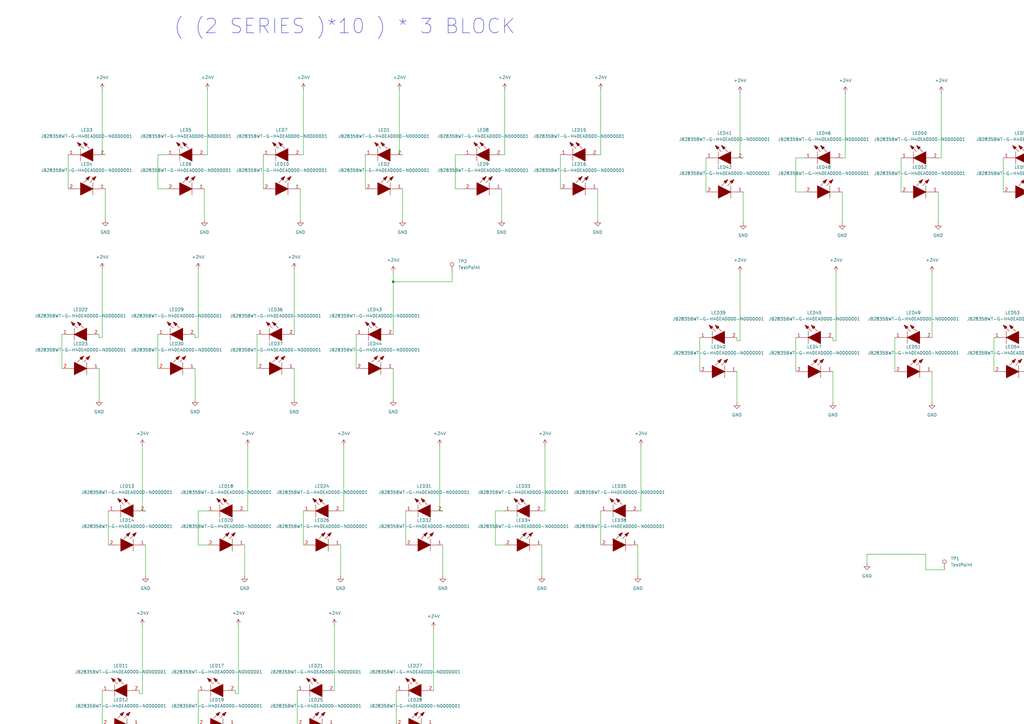
<source format=kicad_sch>
(kicad_sch (version 20211123) (generator eeschema)
  (paper "A3")
  (title_block (title "49 pcs LED PANEL") (date "23 APR 2022") (rev "REV 3") (comment 1 "ARUN JYOTHISH"))
  (junction (at 161.29 115.57))
  (wire (pts (xy 207.01 63.5) (xy 205.74 63.5)))
  (wire (pts (xy 57.15 297.18) (xy 57.15 309.88)))
  (wire (pts (xy 64.77 77.47) (xy 68.58 77.47)))
  (wire (pts (xy 81.28 283.21) (xy 81.28 297.18)))
  (wire (pts (xy 508 64.77) (xy 506.73 64.77)))
  (wire (pts (xy 326.39 78.74) (xy 330.2 78.74)))
  (wire (pts (xy 40.64 137.16) (xy 40.64 138.43)))
  (wire (pts (xy 97.79 256.54) (xy 97.79 284.48)))
  (wire (pts (xy 422.91 152.4) (xy 422.91 165.1)))
  (wire (pts (xy 369.57 64.77) (xy 369.57 78.74)))
  (wire (pts (xy 205.74 77.47) (xy 205.74 90.17)))
  (wire (pts (xy 59.69 223.52) (xy 59.69 236.22)))
  (wire (pts (xy 186.69 63.5) (xy 190.5 63.5)))
  (wire (pts (xy 81.28 138.43) (xy 80.01 138.43)))
  (wire (pts (xy 166.37 209.55) (xy 166.37 223.52)))
  (wire (pts (xy 85.09 63.5) (xy 83.82 63.5)))
  (wire (pts (xy 386.08 38.1) (xy 386.08 64.77)))
  (wire (pts (xy 123.19 77.47) (xy 123.19 90.17)))
  (wire (pts (xy 262.89 182.88) (xy 262.89 209.55)))
  (wire (pts (xy 162.56 283.21) (xy 162.56 297.18)))
  (wire (pts (xy 491.49 64.77) (xy 491.49 78.74)))
  (wire (pts (xy 468.63 64.77) (xy 467.36 64.77)))
  (wire (pts (xy 262.89 209.55) (xy 261.62 209.55)))
  (wire (pts (xy 41.91 36.83) (xy 41.91 63.5)))
  (wire (pts (xy 25.4 137.16) (xy 25.4 151.13)))
  (wire (pts (xy 303.53 139.7) (xy 302.26 139.7)))
  (wire (pts (xy 342.9 111.76) (xy 342.9 139.7)))
  (wire (pts (xy 80.01 151.13) (xy 80.01 163.83)))
  (wire (pts (xy 137.16 297.18) (xy 137.16 309.88)))
  (wire (pts (xy 246.38 36.83) (xy 246.38 63.5)))
  (wire (pts (xy 287.02 138.43) (xy 287.02 152.4)))
  (wire (pts (xy 81.28 209.55) (xy 85.09 209.55)))
  (wire (pts (xy 124.46 209.55) (xy 124.46 223.52)))
  (wire (pts (xy 425.45 38.1) (xy 425.45 64.77)))
  (wire (pts (xy 96.52 283.21) (xy 96.52 284.48)))
  (wire (pts (xy 137.16 256.54) (xy 137.16 283.21)))
  (wire (pts (xy 40.64 151.13) (xy 40.64 163.83)))
  (wire (pts (xy 425.45 64.77) (xy 426.72 64.77)))
  (wire (pts (xy 382.27 152.4) (xy 382.27 165.1)))
  (wire (pts (xy 341.63 138.43) (xy 341.63 139.7)))
  (wire (pts (xy 345.44 78.74) (xy 345.44 91.44)))
  (wire (pts (xy 44.45 209.55) (xy 44.45 223.52)))
  (wire (pts (xy 261.62 223.52) (xy 261.62 236.22)))
  (wire (pts (xy 304.8 78.74) (xy 304.8 91.44)))
  (wire (pts (xy 302.26 152.4) (xy 302.26 165.1)))
  (wire (pts (xy 448.31 64.77) (xy 452.12 64.77)))
  (wire (pts (xy 27.94 63.5) (xy 27.94 77.47)))
  (wire (pts (xy 165.1 77.47) (xy 165.1 90.17)))
  (wire (pts (xy 64.77 137.16) (xy 64.77 151.13)))
  (wire (pts (xy 41.91 283.21) (xy 41.91 297.18)))
  (wire (pts (xy 180.34 182.88) (xy 180.34 209.55)))
  (wire (pts (xy 223.52 182.88) (xy 223.52 209.55)))
  (wire (pts (xy 97.79 284.48) (xy 96.52 284.48)))
  (wire (pts (xy 41.91 63.5) (xy 43.18 63.5)))
  (wire (pts (xy 120.65 151.13) (xy 120.65 163.83)))
  (wire (pts (xy 146.05 137.16) (xy 146.05 151.13)))
  (wire (pts (xy 468.63 38.1) (xy 468.63 64.77)))
  (wire (pts (xy 203.2 209.55) (xy 203.2 223.52)))
  (wire (pts (xy 41.91 110.49) (xy 41.91 138.43)))
  (wire (pts (xy 124.46 63.5) (xy 123.19 63.5)))
  (wire (pts (xy 177.8 257.81) (xy 177.8 283.21)))
  (wire (pts (xy 407.67 138.43) (xy 407.67 152.4)))
  (wire (pts (xy 101.6 182.88) (xy 101.6 209.55)))
  (wire (pts (xy 81.28 223.52) (xy 85.09 223.52)))
  (wire (pts (xy 467.36 78.74) (xy 467.36 91.44)))
  (wire (pts (xy 302.26 138.43) (xy 302.26 139.7)))
  (wire (pts (xy 181.61 223.52) (xy 181.61 236.22)))
  (wire (pts (xy 101.6 209.55) (xy 100.33 209.55)))
  (wire (pts (xy 149.86 63.5) (xy 149.86 77.47)))
  (wire (pts (xy 223.52 209.55) (xy 222.25 209.55)))
  (wire (pts (xy 186.69 77.47) (xy 190.5 77.47)))
  (wire (pts (xy 64.77 63.5) (xy 68.58 63.5)))
  (wire (pts (xy 105.41 137.16) (xy 105.41 151.13)))
  (wire (pts (xy 80.01 137.16) (xy 80.01 138.43)))
  (wire (pts (xy 326.39 138.43) (xy 326.39 152.4)))
  (wire (pts (xy 346.71 64.77) (xy 345.44 64.77)))
  (wire (pts (xy 58.42 209.55) (xy 59.69 209.55)))
  (wire (pts (xy 100.33 223.52) (xy 100.33 236.22)))
  (wire (pts (xy 161.29 151.13) (xy 161.29 163.83)))
  (wire (pts (xy 57.15 283.21) (xy 57.15 284.48)))
  (wire (pts (xy 139.7 223.52) (xy 139.7 236.22)))
  (wire (pts (xy 161.29 111.76) (xy 161.29 115.57)))
  (wire (pts (xy 508 38.1) (xy 508 64.77)))
  (wire (pts (xy 85.09 36.83) (xy 85.09 63.5)))
  (wire (pts (xy 161.29 115.57) (xy 185.42 115.57)))
  (wire (pts (xy 422.91 113.03) (xy 422.91 138.43)))
  (wire (pts (xy 382.27 111.76) (xy 382.27 138.43)))
  (wire (pts (xy 83.82 77.47) (xy 83.82 90.17)))
  (wire (pts (xy 303.53 38.1) (xy 303.53 64.77)))
  (wire (pts (xy 346.71 38.1) (xy 346.71 64.77)))
  (wire (pts (xy 245.11 77.47) (xy 245.11 90.17)))
  (wire (pts (xy 448.31 78.74) (xy 452.12 78.74)))
  (wire (pts (xy 124.46 36.83) (xy 124.46 63.5)))
  (wire (pts (xy 180.34 209.55) (xy 181.61 209.55)))
  (wire (pts (xy 367.03 138.43) (xy 367.03 152.4)))
  (wire (pts (xy 379.73 227.33) (xy 379.73 233.68)))
  (wire (pts (xy 163.83 63.5) (xy 165.1 63.5)))
  (wire (pts (xy 177.8 297.18) (xy 177.8 309.88)))
  (wire (pts (xy 43.18 77.47) (xy 43.18 90.17)))
  (wire (pts (xy 426.72 78.74) (xy 426.72 91.44)))
  (wire (pts (xy 326.39 64.77) (xy 326.39 78.74)))
  (wire (pts (xy 140.97 209.55) (xy 139.7 209.55)))
  (wire (pts (xy 81.28 110.49) (xy 81.28 138.43)))
  (wire (pts (xy 229.87 63.5) (xy 229.87 77.47)))
  (wire (pts (xy 120.65 110.49) (xy 120.65 137.16)))
  (wire (pts (xy 203.2 209.55) (xy 207.01 209.55)))
  (wire (pts (xy 64.77 63.5) (xy 64.77 77.47)))
  (wire (pts (xy 506.73 78.74) (xy 506.73 91.44)))
  (wire (pts (xy 121.92 283.21) (xy 121.92 297.18)))
  (wire (pts (xy 96.52 297.18) (xy 96.52 309.88)))
  (wire (pts (xy 207.01 36.83) (xy 207.01 63.5)))
  (wire (pts (xy 81.28 209.55) (xy 81.28 223.52)))
  (wire (pts (xy 355.6 227.33) (xy 355.6 231.14)))
  (wire (pts (xy 185.42 115.57) (xy 185.42 111.76)))
  (wire (pts (xy 386.08 64.77) (xy 384.81 64.77)))
  (wire (pts (xy 303.53 111.76) (xy 303.53 139.7)))
  (wire (pts (xy 379.73 233.68) (xy 387.35 233.68)))
  (wire (pts (xy 341.63 152.4) (xy 341.63 165.1)))
  (wire (pts (xy 161.29 115.57) (xy 161.29 137.16)))
  (wire (pts (xy 303.53 64.77) (xy 304.8 64.77)))
  (wire (pts (xy 58.42 256.54) (xy 58.42 284.48)))
  (wire (pts (xy 326.39 64.77) (xy 330.2 64.77)))
  (wire (pts (xy 411.48 64.77) (xy 411.48 78.74)))
  (wire (pts (xy 246.38 209.55) (xy 246.38 223.52)))
  (wire (pts (xy 203.2 223.52) (xy 207.01 223.52)))
  (wire (pts (xy 41.91 138.43) (xy 40.64 138.43)))
  (wire (pts (xy 107.95 63.5) (xy 107.95 77.47)))
  (wire (pts (xy 448.31 64.77) (xy 448.31 78.74)))
  (wire (pts (xy 222.25 223.52) (xy 222.25 236.22)))
  (wire (pts (xy 163.83 36.83) (xy 163.83 63.5)))
  (wire (pts (xy 58.42 284.48) (xy 57.15 284.48)))
  (wire (pts (xy 140.97 182.88) (xy 140.97 209.55)))
  (wire (pts (xy 289.56 64.77) (xy 289.56 78.74)))
  (wire (pts (xy 58.42 182.88) (xy 58.42 209.55)))
  (wire (pts (xy 246.38 63.5) (xy 245.11 63.5)))
  (wire (pts (xy 384.81 78.74) (xy 384.81 91.44)))
  (wire (pts (xy 342.9 139.7) (xy 341.63 139.7)))
  (wire (pts (xy 355.6 227.33) (xy 379.73 227.33)))
  (wire (pts (xy 186.69 63.5) (xy 186.69 77.47)))
  (text "( (2 SERIES )*10 ) * 3 BLOCK\n\n" (at 71.12 24.13 0) (effects (font (size 6 6)) (justify left bottom)))
  (symbol (lib_id "2835 LED SMD:JB2835BWT-G-H40EA0000-N0000001") (at 166.37 209.55 0) (unit 1)
    (property "Reference" "LED31" (at 173.99 199.39 0))
    (property "Value" "JB2835BWT-G-H40EA0000-N0000001" (at 173.99 201.93 0))
    (property "Footprint" "2835-library:JB2835BWTGH40EA0000N0000001" (effects hide))
    (property "Description" "JB2835BWT-G-H40EA0000-N0000001" (effects hide))
    (property "Height" "0.7" (effects hide))
    (property "Manufacturer_Name" "Cree, Inc." (effects hide))
    (property "Manufacturer_Part_Number" "JB2835BWT-G-H40EA0000-N0000001" (effects hide))
    (property "Mouser Part Number" "941-JB2835BWTGH40EAN" (effects hide))
    (property "Mouser Price/Stock" "https://www.mouser.co.uk/ProductDetail/Cree-Inc/JB2835BWT-G-H40EA0000-N0000001?qs=GedFDFLaBXFuqSWl8S6r5A%3D%3D" (effects hide))
    (property "Arrow Part Number" "JB2835BWT-G-H40EA0000-N0000001" (effects hide))
    (property "Arrow Price/Stock" "https://www.arrow.com/en/products/jb2835bwt-g-h40ea0000-n0000001/cree-led?region=nac" (effects hide))
  )
  (symbol (lib_id "2835 LED SMD:JB2835BWT-G-H40EA0000-N0000001") (at 491.49 64.77 0) (unit 1)
    (property "Reference" "LED59" (at 499.11 54.61 0))
    (property "Value" "JB2835BWT-G-H40EA0000-N0000001" (at 499.11 57.15 0))
    (property "Footprint" "2835-library:JB2835BWTGH40EA0000N0000001" (effects hide))
    (property "Description" "JB2835BWT-G-H40EA0000-N0000001" (effects hide))
    (property "Height" "0.7" (effects hide))
    (property "Manufacturer_Name" "Cree, Inc." (effects hide))
    (property "Manufacturer_Part_Number" "JB2835BWT-G-H40EA0000-N0000001" (effects hide))
    (property "Mouser Part Number" "941-JB2835BWTGH40EAN" (effects hide))
    (property "Mouser Price/Stock" "https://www.mouser.co.uk/ProductDetail/Cree-Inc/JB2835BWT-G-H40EA0000-N0000001?qs=GedFDFLaBXFuqSWl8S6r5A%3D%3D" (effects hide))
    (property "Arrow Part Number" "JB2835BWT-G-H40EA0000-N0000001" (effects hide))
    (property "Arrow Price/Stock" "https://www.arrow.com/en/products/jb2835bwt-g-h40ea0000-n0000001/cree-led?region=nac" (effects hide))
  )
  (symbol (lib_id "2835 LED SMD:JB2835BWT-G-H40EA0000-N0000001") (at 41.91 283.21 0) (unit 1)
    (property "Reference" "LED11" (at 49.53 273.05 0))
    (property "Value" "JB2835BWT-G-H40EA0000-N0000001" (at 49.53 275.59 0))
    (property "Footprint" "2835-library:JB2835BWTGH40EA0000N0000001" (effects hide))
    (property "Description" "JB2835BWT-G-H40EA0000-N0000001" (effects hide))
    (property "Height" "0.7" (effects hide))
    (property "Manufacturer_Name" "Cree, Inc." (effects hide))
    (property "Manufacturer_Part_Number" "JB2835BWT-G-H40EA0000-N0000001" (effects hide))
    (property "Mouser Part Number" "941-JB2835BWTGH40EAN" (effects hide))
    (property "Mouser Price/Stock" "https://www.mouser.co.uk/ProductDetail/Cree-Inc/JB2835BWT-G-H40EA0000-N0000001?qs=GedFDFLaBXFuqSWl8S6r5A%3D%3D" (effects hide))
    (property "Arrow Part Number" "JB2835BWT-G-H40EA0000-N0000001" (effects hide))
    (property "Arrow Price/Stock" "https://www.arrow.com/en/products/jb2835bwt-g-h40ea0000-n0000001/cree-led?region=nac" (effects hide))
  )
  (symbol (lib_id "power:+24V") (at 262.89 182.88 0) (unit 1)
    (property "Reference" "#PWR0140" (effects hide))
    (property "Value" "+24V" (at 262.89 177.8 0))
  )
  (symbol (lib_id "2835 LED SMD:JB2835BWT-G-H40EA0000-N0000001") (at 304.8 78.74 0) (mirror y) (unit 1)
    (property "Reference" "LED42" (at 297.18 68.58 0))
    (property "Value" "JB2835BWT-G-H40EA0000-N0000001" (at 297.18 71.12 0))
    (property "Footprint" "2835-library:JB2835BWTGH40EA0000N0000001" (effects hide))
    (property "Description" "JB2835BWT-G-H40EA0000-N0000001" (effects hide))
    (property "Height" "0.7" (effects hide))
    (property "Manufacturer_Name" "Cree, Inc." (effects hide))
    (property "Manufacturer_Part_Number" "JB2835BWT-G-H40EA0000-N0000001" (effects hide))
    (property "Mouser Part Number" "941-JB2835BWTGH40EAN" (effects hide))
    (property "Mouser Price/Stock" "https://www.mouser.co.uk/ProductDetail/Cree-Inc/JB2835BWT-G-H40EA0000-N0000001?qs=GedFDFLaBXFuqSWl8S6r5A%3D%3D" (effects hide))
    (property "Arrow Part Number" "JB2835BWT-G-H40EA0000-N0000001" (effects hide))
    (property "Arrow Price/Stock" "https://www.arrow.com/en/products/jb2835bwt-g-h40ea0000-n0000001/cree-led?region=nac" (effects hide))
  )
  (symbol (lib_id "2835 LED SMD:JB2835BWT-G-H40EA0000-N0000001") (at 149.86 63.5 0) (unit 1)
    (property "Reference" "LED1" (at 157.48 53.34 0))
    (property "Value" "JB2835BWT-G-H40EA0000-N0000001" (at 157.48 55.88 0))
    (property "Footprint" "2835-library:JB2835BWTGH40EA0000N0000001" (effects hide))
    (property "Description" "JB2835BWT-G-H40EA0000-N0000001" (effects hide))
    (property "Height" "0.7" (effects hide))
    (property "Manufacturer_Name" "Cree, Inc." (effects hide))
    (property "Manufacturer_Part_Number" "JB2835BWT-G-H40EA0000-N0000001" (effects hide))
    (property "Mouser Part Number" "941-JB2835BWTGH40EAN" (effects hide))
    (property "Mouser Price/Stock" "https://www.mouser.co.uk/ProductDetail/Cree-Inc/JB2835BWT-G-H40EA0000-N0000001?qs=GedFDFLaBXFuqSWl8S6r5A%3D%3D" (effects hide))
    (property "Arrow Part Number" "JB2835BWT-G-H40EA0000-N0000001" (effects hide))
    (property "Arrow Price/Stock" "https://www.arrow.com/en/products/jb2835bwt-g-h40ea0000-n0000001/cree-led?region=nac" (effects hide))
  )
  (symbol (lib_id "power:GND") (at 96.52 309.88 0) (unit 1)
    (property "Reference" "#PWR0124" (effects hide))
    (property "Value" "GND" (at 96.52 314.96 0))
  )
  (symbol (lib_id "power:GND") (at 382.27 165.1 0) (unit 1)
    (property "Reference" "#PWR0150" (effects hide))
    (property "Value" "GND" (at 382.27 170.18 0))
  )
  (symbol (lib_id "power:+24V") (at 81.28 110.49 0) (unit 1)
    (property "Reference" "#PWR0104" (effects hide))
    (property "Value" "+24V" (at 81.28 105.41 0))
  )
  (symbol (lib_id "2835 LED SMD:JB2835BWT-G-H40EA0000-N0000001") (at 165.1 77.47 0) (mirror y) (unit 1)
    (property "Reference" "LED2" (at 157.48 67.31 0))
    (property "Value" "JB2835BWT-G-H40EA0000-N0000001" (at 157.48 69.85 0))
    (property "Footprint" "2835-library:JB2835BWTGH40EA0000N0000001" (effects hide))
    (property "Description" "JB2835BWT-G-H40EA0000-N0000001" (effects hide))
    (property "Height" "0.7" (effects hide))
    (property "Manufacturer_Name" "Cree, Inc." (effects hide))
    (property "Manufacturer_Part_Number" "JB2835BWT-G-H40EA0000-N0000001" (effects hide))
    (property "Mouser Part Number" "941-JB2835BWTGH40EAN" (effects hide))
    (property "Mouser Price/Stock" "https://www.mouser.co.uk/ProductDetail/Cree-Inc/JB2835BWT-G-H40EA0000-N0000001?qs=GedFDFLaBXFuqSWl8S6r5A%3D%3D" (effects hide))
    (property "Arrow Part Number" "JB2835BWT-G-H40EA0000-N0000001" (effects hide))
    (property "Arrow Price/Stock" "https://www.arrow.com/en/products/jb2835bwt-g-h40ea0000-n0000001/cree-led?region=nac" (effects hide))
  )
  (symbol (lib_id "power:+24V") (at 41.91 110.49 0) (unit 1)
    (property "Reference" "#PWR0101" (effects hide))
    (property "Value" "+24V" (at 41.91 105.41 0))
  )
  (symbol (lib_id "power:+24V") (at 468.63 38.1 0) (unit 1)
    (property "Reference" "#PWR0158" (effects hide))
    (property "Value" "+24V" (at 468.63 33.02 0))
  )
  (symbol (lib_id "2835 LED SMD:JB2835BWT-G-H40EA0000-N0000001") (at 121.92 283.21 0) (unit 1)
    (property "Reference" "LED21" (at 129.54 273.05 0))
    (property "Value" "JB2835BWT-G-H40EA0000-N0000001" (at 129.54 275.59 0))
    (property "Footprint" "2835-library:JB2835BWTGH40EA0000N0000001" (effects hide))
    (property "Description" "JB2835BWT-G-H40EA0000-N0000001" (effects hide))
    (property "Height" "0.7" (effects hide))
    (property "Manufacturer_Name" "Cree, Inc." (effects hide))
    (property "Manufacturer_Part_Number" "JB2835BWT-G-H40EA0000-N0000001" (effects hide))
    (property "Mouser Part Number" "941-JB2835BWTGH40EAN" (effects hide))
    (property "Mouser Price/Stock" "https://www.mouser.co.uk/ProductDetail/Cree-Inc/JB2835BWT-G-H40EA0000-N0000001?qs=GedFDFLaBXFuqSWl8S6r5A%3D%3D" (effects hide))
    (property "Arrow Part Number" "JB2835BWT-G-H40EA0000-N0000001" (effects hide))
    (property "Arrow Price/Stock" "https://www.arrow.com/en/products/jb2835bwt-g-h40ea0000-n0000001/cree-led?region=nac" (effects hide))
  )
  (symbol (lib_id "power:GND") (at 137.16 309.88 0) (unit 1)
    (property "Reference" "#PWR0122" (effects hide))
    (property "Value" "GND" (at 137.16 314.96 0))
  )
  (symbol (lib_id "2835 LED SMD:JB2835BWT-G-H40EA0000-N0000001") (at 68.58 63.5 0) (unit 1)
    (property "Reference" "LED5" (at 76.2 53.34 0))
    (property "Value" "JB2835BWT-G-H40EA0000-N0000001" (at 76.2 55.88 0))
    (property "Footprint" "2835-library:JB2835BWTGH40EA0000N0000001" (effects hide))
    (property "Description" "JB2835BWT-G-H40EA0000-N0000001" (effects hide))
    (property "Height" "0.7" (effects hide))
    (property "Manufacturer_Name" "Cree, Inc." (effects hide))
    (property "Manufacturer_Part_Number" "JB2835BWT-G-H40EA0000-N0000001" (effects hide))
    (property "Mouser Part Number" "941-JB2835BWTGH40EAN" (effects hide))
    (property "Mouser Price/Stock" "https://www.mouser.co.uk/ProductDetail/Cree-Inc/JB2835BWT-G-H40EA0000-N0000001?qs=GedFDFLaBXFuqSWl8S6r5A%3D%3D" (effects hide))
    (property "Arrow Part Number" "JB2835BWT-G-H40EA0000-N0000001" (effects hide))
    (property "Arrow Price/Stock" "https://www.arrow.com/en/products/jb2835bwt-g-h40ea0000-n0000001/cree-led?region=nac" (effects hide))
  )
  (symbol (lib_id "power:GND") (at 467.36 91.44 0) (unit 1)
    (property "Reference" "#PWR0156" (effects hide))
    (property "Value" "GND" (at 467.36 96.52 0))
  )
  (symbol (lib_id "2835 LED SMD:JB2835BWT-G-H40EA0000-N0000001") (at 83.82 77.47 0) (mirror y) (unit 1)
    (property "Reference" "LED6" (at 76.2 67.31 0))
    (property "Value" "JB2835BWT-G-H40EA0000-N0000001" (at 76.2 69.85 0))
    (property "Footprint" "2835-library:JB2835BWTGH40EA0000N0000001" (effects hide))
    (property "Description" "JB2835BWT-G-H40EA0000-N0000001" (effects hide))
    (property "Height" "0.7" (effects hide))
    (property "Manufacturer_Name" "Cree, Inc." (effects hide))
    (property "Manufacturer_Part_Number" "JB2835BWT-G-H40EA0000-N0000001" (effects hide))
    (property "Mouser Part Number" "941-JB2835BWTGH40EAN" (effects hide))
    (property "Mouser Price/Stock" "https://www.mouser.co.uk/ProductDetail/Cree-Inc/JB2835BWT-G-H40EA0000-N0000001?qs=GedFDFLaBXFuqSWl8S6r5A%3D%3D" (effects hide))
    (property "Arrow Part Number" "JB2835BWT-G-H40EA0000-N0000001" (effects hide))
    (property "Arrow Price/Stock" "https://www.arrow.com/en/products/jb2835bwt-g-h40ea0000-n0000001/cree-led?region=nac" (effects hide))
  )
  (symbol (lib_id "2835 LED SMD:JB2835BWT-G-H40EA0000-N0000001") (at 261.62 223.52 0) (mirror y) (unit 1)
    (property "Reference" "LED38" (at 254 213.36 0))
    (property "Value" "JB2835BWT-G-H40EA0000-N0000001" (at 254 215.9 0))
    (property "Footprint" "2835-library:JB2835BWTGH40EA0000N0000001" (effects hide))
    (property "Description" "JB2835BWT-G-H40EA0000-N0000001" (effects hide))
    (property "Height" "0.7" (effects hide))
    (property "Manufacturer_Name" "Cree, Inc." (effects hide))
    (property "Manufacturer_Part_Number" "JB2835BWT-G-H40EA0000-N0000001" (effects hide))
    (property "Mouser Part Number" "941-JB2835BWTGH40EAN" (effects hide))
    (property "Mouser Price/Stock" "https://www.mouser.co.uk/ProductDetail/Cree-Inc/JB2835BWT-G-H40EA0000-N0000001?qs=GedFDFLaBXFuqSWl8S6r5A%3D%3D" (effects hide))
    (property "Arrow Part Number" "JB2835BWT-G-H40EA0000-N0000001" (effects hide))
    (property "Arrow Price/Stock" "https://www.arrow.com/en/products/jb2835bwt-g-h40ea0000-n0000001/cree-led?region=nac" (effects hide))
  )
  (symbol (lib_id "power:GND") (at 123.19 90.17 0) (unit 1)
    (property "Reference" "#PWR0106" (effects hide))
    (property "Value" "GND" (at 123.19 95.25 0))
  )
  (symbol (lib_id "2835 LED SMD:JB2835BWT-G-H40EA0000-N0000001") (at 205.74 77.47 0) (mirror y) (unit 1)
    (property "Reference" "LED9" (at 198.12 67.31 0))
    (property "Value" "JB2835BWT-G-H40EA0000-N0000001" (at 198.12 69.85 0))
    (property "Footprint" "2835-library:JB2835BWTGH40EA0000N0000001" (effects hide))
    (property "Description" "JB2835BWT-G-H40EA0000-N0000001" (effects hide))
    (property "Height" "0.7" (effects hide))
    (property "Manufacturer_Name" "Cree, Inc." (effects hide))
    (property "Manufacturer_Part_Number" "JB2835BWT-G-H40EA0000-N0000001" (effects hide))
    (property "Mouser Part Number" "941-JB2835BWTGH40EAN" (effects hide))
    (property "Mouser Price/Stock" "https://www.mouser.co.uk/ProductDetail/Cree-Inc/JB2835BWT-G-H40EA0000-N0000001?qs=GedFDFLaBXFuqSWl8S6r5A%3D%3D" (effects hide))
    (property "Arrow Part Number" "JB2835BWT-G-H40EA0000-N0000001" (effects hide))
    (property "Arrow Price/Stock" "https://www.arrow.com/en/products/jb2835bwt-g-h40ea0000-n0000001/cree-led?region=nac" (effects hide))
  )
  (symbol (lib_id "2835 LED SMD:JB2835BWT-G-H40EA0000-N0000001") (at 467.36 78.74 0) (mirror y) (unit 1)
    (property "Reference" "LED58" (at 459.74 68.58 0))
    (property "Value" "JB2835BWT-G-H40EA0000-N0000001" (at 459.74 71.12 0))
    (property "Footprint" "2835-library:JB2835BWTGH40EA0000N0000001" (effects hide))
    (property "Description" "JB2835BWT-G-H40EA0000-N0000001" (effects hide))
    (property "Height" "0.7" (effects hide))
    (property "Manufacturer_Name" "Cree, Inc." (effects hide))
    (property "Manufacturer_Part_Number" "JB2835BWT-G-H40EA0000-N0000001" (effects hide))
    (property "Mouser Part Number" "941-JB2835BWTGH40EAN" (effects hide))
    (property "Mouser Price/Stock" "https://www.mouser.co.uk/ProductDetail/Cree-Inc/JB2835BWT-G-H40EA0000-N0000001?qs=GedFDFLaBXFuqSWl8S6r5A%3D%3D" (effects hide))
    (property "Arrow Part Number" "JB2835BWT-G-H40EA0000-N0000001" (effects hide))
    (property "Arrow Price/Stock" "https://www.arrow.com/en/products/jb2835bwt-g-h40ea0000-n0000001/cree-led?region=nac" (effects hide))
  )
  (symbol (lib_id "2835 LED SMD:JB2835BWT-G-H40EA0000-N0000001") (at 137.16 297.18 0) (mirror y) (unit 1)
    (property "Reference" "LED25" (at 129.54 287.02 0))
    (property "Value" "JB2835BWT-G-H40EA0000-N0000001" (at 129.54 289.56 0))
    (property "Footprint" "2835-library:JB2835BWTGH40EA0000N0000001" (effects hide))
    (property "Description" "JB2835BWT-G-H40EA0000-N0000001" (effects hide))
    (property "Height" "0.7" (effects hide))
    (property "Manufacturer_Name" "Cree, Inc." (effects hide))
    (property "Manufacturer_Part_Number" "JB2835BWT-G-H40EA0000-N0000001" (effects hide))
    (property "Mouser Part Number" "941-JB2835BWTGH40EAN" (effects hide))
    (property "Mouser Price/Stock" "https://www.mouser.co.uk/ProductDetail/Cree-Inc/JB2835BWT-G-H40EA0000-N0000001?qs=GedFDFLaBXFuqSWl8S6r5A%3D%3D" (effects hide))
    (property "Arrow Part Number" "JB2835BWT-G-H40EA0000-N0000001" (effects hide))
    (property "Arrow Price/Stock" "https://www.arrow.com/en/products/jb2835bwt-g-h40ea0000-n0000001/cree-led?region=nac" (effects hide))
  )
  (symbol (lib_id "2835 LED SMD:JB2835BWT-G-H40EA0000-N0000001") (at 426.72 78.74 0) (mirror y) (unit 1)
    (property "Reference" "LED56" (at 419.1 68.58 0))
    (property "Value" "JB2835BWT-G-H40EA0000-N0000001" (at 419.1 71.12 0))
    (property "Footprint" "2835-library:JB2835BWTGH40EA0000N0000001" (effects hide))
    (property "Description" "JB2835BWT-G-H40EA0000-N0000001" (effects hide))
    (property "Height" "0.7" (effects hide))
    (property "Manufacturer_Name" "Cree, Inc." (effects hide))
    (property "Manufacturer_Part_Number" "JB2835BWT-G-H40EA0000-N0000001" (effects hide))
    (property "Mouser Part Number" "941-JB2835BWTGH40EAN" (effects hide))
    (property "Mouser Price/Stock" "https://www.mouser.co.uk/ProductDetail/Cree-Inc/JB2835BWT-G-H40EA0000-N0000001?qs=GedFDFLaBXFuqSWl8S6r5A%3D%3D" (effects hide))
    (property "Arrow Part Number" "JB2835BWT-G-H40EA0000-N0000001" (effects hide))
    (property "Arrow Price/Stock" "https://www.arrow.com/en/products/jb2835bwt-g-h40ea0000-n0000001/cree-led?region=nac" (effects hide))
  )
  (symbol (lib_id "power:+24V") (at 303.53 111.76 0) (unit 1)
    (property "Reference" "#PWR0149" (effects hide))
    (property "Value" "+24V" (at 303.53 106.68 0))
  )
  (symbol (lib_id "2835 LED SMD:JB2835BWT-G-H40EA0000-N0000001") (at 80.01 151.13 0) (mirror y) (unit 1)
    (property "Reference" "LED30" (at 72.39 140.97 0))
    (property "Value" "JB2835BWT-G-H40EA0000-N0000001" (at 72.39 143.51 0))
    (property "Footprint" "2835-library:JB2835BWTGH40EA0000N0000001" (effects hide))
    (property "Description" "JB2835BWT-G-H40EA0000-N0000001" (effects hide))
    (property "Height" "0.7" (effects hide))
    (property "Manufacturer_Name" "Cree, Inc." (effects hide))
    (property "Manufacturer_Part_Number" "JB2835BWT-G-H40EA0000-N0000001" (effects hide))
    (property "Mouser Part Number" "941-JB2835BWTGH40EAN" (effects hide))
    (property "Mouser Price/Stock" "https://www.mouser.co.uk/ProductDetail/Cree-Inc/JB2835BWT-G-H40EA0000-N0000001?qs=GedFDFLaBXFuqSWl8S6r5A%3D%3D" (effects hide))
    (property "Arrow Part Number" "JB2835BWT-G-H40EA0000-N0000001" (effects hide))
    (property "Arrow Price/Stock" "https://www.arrow.com/en/products/jb2835bwt-g-h40ea0000-n0000001/cree-led?region=nac" (effects hide))
  )
  (symbol (lib_id "power:GND") (at 506.73 91.44 0) (unit 1)
    (property "Reference" "#PWR0161" (effects hide))
    (property "Value" "GND" (at 506.73 96.52 0))
  )
  (symbol (lib_id "power:+24V") (at 386.08 38.1 0) (unit 1)
    (property "Reference" "#PWR0157" (effects hide))
    (property "Value" "+24V" (at 386.08 33.02 0))
  )
  (symbol (lib_id "power:GND") (at 426.72 91.44 0) (unit 1)
    (property "Reference" "#PWR0154" (effects hide))
    (property "Value" "GND" (at 426.72 96.52 0))
  )
  (symbol (lib_id "2835 LED SMD:JB2835BWT-G-H40EA0000-N0000001") (at 43.18 77.47 0) (mirror y) (unit 1)
    (property "Reference" "LED4" (at 35.56 67.31 0))
    (property "Value" "JB2835BWT-G-H40EA0000-N0000001" (at 35.56 69.85 0))
    (property "Footprint" "2835-library:JB2835BWTGH40EA0000N0000001" (effects hide))
    (property "Description" "JB2835BWT-G-H40EA0000-N0000001" (effects hide))
    (property "Height" "0.7" (effects hide))
    (property "Manufacturer_Name" "Cree, Inc." (effects hide))
    (property "Manufacturer_Part_Number" "JB2835BWT-G-H40EA0000-N0000001" (effects hide))
    (property "Mouser Part Number" "941-JB2835BWTGH40EAN" (effects hide))
    (property "Mouser Price/Stock" "https://www.mouser.co.uk/ProductDetail/Cree-Inc/JB2835BWT-G-H40EA0000-N0000001?qs=GedFDFLaBXFuqSWl8S6r5A%3D%3D" (effects hide))
    (property "Arrow Part Number" "JB2835BWT-G-H40EA0000-N0000001" (effects hide))
    (property "Arrow Price/Stock" "https://www.arrow.com/en/products/jb2835bwt-g-h40ea0000-n0000001/cree-led?region=nac" (effects hide))
  )
  (symbol (lib_id "power:GND") (at 222.25 236.22 0) (unit 1)
    (property "Reference" "#PWR0139" (effects hide))
    (property "Value" "GND" (at 222.25 241.3 0))
  )
  (symbol (lib_id "2835 LED SMD:JB2835BWT-G-H40EA0000-N0000001") (at 345.44 78.74 0) (mirror y) (unit 1)
    (property "Reference" "LED48" (at 337.82 68.58 0))
    (property "Value" "JB2835BWT-G-H40EA0000-N0000001" (at 337.82 71.12 0))
    (property "Footprint" "2835-library:JB2835BWTGH40EA0000N0000001" (effects hide))
    (property "Description" "JB2835BWT-G-H40EA0000-N0000001" (effects hide))
    (property "Height" "0.7" (effects hide))
    (property "Manufacturer_Name" "Cree, Inc." (effects hide))
    (property "Manufacturer_Part_Number" "JB2835BWT-G-H40EA0000-N0000001" (effects hide))
    (property "Mouser Part Number" "941-JB2835BWTGH40EAN" (effects hide))
    (property "Mouser Price/Stock" "https://www.mouser.co.uk/ProductDetail/Cree-Inc/JB2835BWT-G-H40EA0000-N0000001?qs=GedFDFLaBXFuqSWl8S6r5A%3D%3D" (effects hide))
    (property "Arrow Part Number" "JB2835BWT-G-H40EA0000-N0000001" (effects hide))
    (property "Arrow Price/Stock" "https://www.arrow.com/en/products/jb2835bwt-g-h40ea0000-n0000001/cree-led?region=nac" (effects hide))
  )
  (symbol (lib_id "power:GND") (at 120.65 163.83 0) (unit 1)
    (property "Reference" "#PWR0108" (effects hide))
    (property "Value" "GND" (at 120.65 168.91 0))
  )
  (symbol (lib_id "2835 LED SMD:JB2835BWT-G-H40EA0000-N0000001") (at 107.95 63.5 0) (unit 1)
    (property "Reference" "LED7" (at 115.57 53.34 0))
    (property "Value" "JB2835BWT-G-H40EA0000-N0000001" (at 115.57 55.88 0))
    (property "Footprint" "2835-library:JB2835BWTGH40EA0000N0000001" (effects hide))
    (property "Description" "JB2835BWT-G-H40EA0000-N0000001" (effects hide))
    (property "Height" "0.7" (effects hide))
    (property "Manufacturer_Name" "Cree, Inc." (effects hide))
    (property "Manufacturer_Part_Number" "JB2835BWT-G-H40EA0000-N0000001" (effects hide))
    (property "Mouser Part Number" "941-JB2835BWTGH40EAN" (effects hide))
    (property "Mouser Price/Stock" "https://www.mouser.co.uk/ProductDetail/Cree-Inc/JB2835BWT-G-H40EA0000-N0000001?qs=GedFDFLaBXFuqSWl8S6r5A%3D%3D" (effects hide))
    (property "Arrow Part Number" "JB2835BWT-G-H40EA0000-N0000001" (effects hide))
    (property "Arrow Price/Stock" "https://www.arrow.com/en/products/jb2835bwt-g-h40ea0000-n0000001/cree-led?region=nac" (effects hide))
  )
  (symbol (lib_id "power:GND") (at 177.8 309.88 0) (unit 1)
    (property "Reference" "#PWR0123" (effects hide))
    (property "Value" "GND" (at 177.8 314.96 0))
  )
  (symbol (lib_id "power:+24V") (at 58.42 256.54 0) (unit 1)
    (property "Reference" "#PWR0126" (effects hide))
    (property "Value" "+24V" (at 58.42 251.46 0))
  )
  (symbol (lib_id "2835 LED SMD:JB2835BWT-G-H40EA0000-N0000001") (at 81.28 283.21 0) (unit 1)
    (property "Reference" "LED17" (at 88.9 273.05 0))
    (property "Value" "JB2835BWT-G-H40EA0000-N0000001" (at 88.9 275.59 0))
    (property "Footprint" "2835-library:JB2835BWTGH40EA0000N0000001" (effects hide))
    (property "Description" "JB2835BWT-G-H40EA0000-N0000001" (effects hide))
    (property "Height" "0.7" (effects hide))
    (property "Manufacturer_Name" "Cree, Inc." (effects hide))
    (property "Manufacturer_Part_Number" "JB2835BWT-G-H40EA0000-N0000001" (effects hide))
    (property "Mouser Part Number" "941-JB2835BWTGH40EAN" (effects hide))
    (property "Mouser Price/Stock" "https://www.mouser.co.uk/ProductDetail/Cree-Inc/JB2835BWT-G-H40EA0000-N0000001?qs=GedFDFLaBXFuqSWl8S6r5A%3D%3D" (effects hide))
    (property "Arrow Part Number" "JB2835BWT-G-H40EA0000-N0000001" (effects hide))
    (property "Arrow Price/Stock" "https://www.arrow.com/en/products/jb2835bwt-g-h40ea0000-n0000001/cree-led?region=nac" (effects hide))
  )
  (symbol (lib_id "2835 LED SMD:JB2835BWT-G-H40EA0000-N0000001") (at 302.26 152.4 0) (mirror y) (unit 1)
    (property "Reference" "LED40" (at 294.64 142.24 0))
    (property "Value" "JB2835BWT-G-H40EA0000-N0000001" (at 294.64 144.78 0))
    (property "Footprint" "2835-library:JB2835BWTGH40EA0000N0000001" (effects hide))
    (property "Description" "JB2835BWT-G-H40EA0000-N0000001" (effects hide))
    (property "Height" "0.7" (effects hide))
    (property "Manufacturer_Name" "Cree, Inc." (effects hide))
    (property "Manufacturer_Part_Number" "JB2835BWT-G-H40EA0000-N0000001" (effects hide))
    (property "Mouser Part Number" "941-JB2835BWTGH40EAN" (effects hide))
    (property "Mouser Price/Stock" "https://www.mouser.co.uk/ProductDetail/Cree-Inc/JB2835BWT-G-H40EA0000-N0000001?qs=GedFDFLaBXFuqSWl8S6r5A%3D%3D" (effects hide))
    (property "Arrow Part Number" "JB2835BWT-G-H40EA0000-N0000001" (effects hide))
    (property "Arrow Price/Stock" "https://www.arrow.com/en/products/jb2835bwt-g-h40ea0000-n0000001/cree-led?region=nac" (effects hide))
  )
  (symbol (lib_id "power:+24V") (at 303.53 38.1 0) (unit 1)
    (property "Reference" "#PWR0147" (effects hide))
    (property "Value" "+24V" (at 303.53 33.02 0))
  )
  (symbol (lib_id "2835 LED SMD:JB2835BWT-G-H40EA0000-N0000001") (at 245.11 77.47 0) (mirror y) (unit 1)
    (property "Reference" "LED16" (at 237.49 67.31 0))
    (property "Value" "JB2835BWT-G-H40EA0000-N0000001" (at 237.49 69.85 0))
    (property "Footprint" "2835-library:JB2835BWTGH40EA0000N0000001" (effects hide))
    (property "Description" "JB2835BWT-G-H40EA0000-N0000001" (effects hide))
    (property "Height" "0.7" (effects hide))
    (property "Manufacturer_Name" "Cree, Inc." (effects hide))
    (property "Manufacturer_Part_Number" "JB2835BWT-G-H40EA0000-N0000001" (effects hide))
    (property "Mouser Part Number" "941-JB2835BWTGH40EAN" (effects hide))
    (property "Mouser Price/Stock" "https://www.mouser.co.uk/ProductDetail/Cree-Inc/JB2835BWT-G-H40EA0000-N0000001?qs=GedFDFLaBXFuqSWl8S6r5A%3D%3D" (effects hide))
    (property "Arrow Part Number" "JB2835BWT-G-H40EA0000-N0000001" (effects hide))
    (property "Arrow Price/Stock" "https://www.arrow.com/en/products/jb2835bwt-g-h40ea0000-n0000001/cree-led?region=nac" (effects hide))
  )
  (symbol (lib_id "2835 LED SMD:JB2835BWT-G-H40EA0000-N0000001") (at 384.81 78.74 0) (mirror y) (unit 1)
    (property "Reference" "LED52" (at 377.19 68.58 0))
    (property "Value" "JB2835BWT-G-H40EA0000-N0000001" (at 377.19 71.12 0))
    (property "Footprint" "2835-library:JB2835BWTGH40EA0000N0000001" (effects hide))
    (property "Description" "JB2835BWT-G-H40EA0000-N0000001" (effects hide))
    (property "Height" "0.7" (effects hide))
    (property "Manufacturer_Name" "Cree, Inc." (effects hide))
    (property "Manufacturer_Part_Number" "JB2835BWT-G-H40EA0000-N0000001" (effects hide))
    (property "Mouser Part Number" "941-JB2835BWTGH40EAN" (effects hide))
    (property "Mouser Price/Stock" "https://www.mouser.co.uk/ProductDetail/Cree-Inc/JB2835BWT-G-H40EA0000-N0000001?qs=GedFDFLaBXFuqSWl8S6r5A%3D%3D" (effects hide))
    (property "Arrow Part Number" "JB2835BWT-G-H40EA0000-N0000001" (effects hide))
    (property "Arrow Price/Stock" "https://www.arrow.com/en/products/jb2835bwt-g-h40ea0000-n0000001/cree-led?region=nac" (effects hide))
  )
  (symbol (lib_id "2835 LED SMD:JB2835BWT-G-H40EA0000-N0000001") (at 85.09 209.55 0) (unit 1)
    (property "Reference" "LED18" (at 92.71 199.39 0))
    (property "Value" "JB2835BWT-G-H40EA0000-N0000001" (at 92.71 201.93 0))
    (property "Footprint" "2835-library:JB2835BWTGH40EA0000N0000001" (effects hide))
    (property "Description" "JB2835BWT-G-H40EA0000-N0000001" (effects hide))
    (property "Height" "0.7" (effects hide))
    (property "Manufacturer_Name" "Cree, Inc." (effects hide))
    (property "Manufacturer_Part_Number" "JB2835BWT-G-H40EA0000-N0000001" (effects hide))
    (property "Mouser Part Number" "941-JB2835BWTGH40EAN" (effects hide))
    (property "Mouser Price/Stock" "https://www.mouser.co.uk/ProductDetail/Cree-Inc/JB2835BWT-G-H40EA0000-N0000001?qs=GedFDFLaBXFuqSWl8S6r5A%3D%3D" (effects hide))
    (property "Arrow Part Number" "JB2835BWT-G-H40EA0000-N0000001" (effects hide))
    (property "Arrow Price/Stock" "https://www.arrow.com/en/products/jb2835bwt-g-h40ea0000-n0000001/cree-led?region=nac" (effects hide))
  )
  (symbol (lib_id "power:GND") (at 100.33 236.22 0) (unit 1)
    (property "Reference" "#PWR0132" (effects hide))
    (property "Value" "GND" (at 100.33 241.3 0))
  )
  (symbol (lib_id "2835 LED SMD:JB2835BWT-G-H40EA0000-N0000001") (at 139.7 223.52 0) (mirror y) (unit 1)
    (property "Reference" "LED26" (at 132.08 213.36 0))
    (property "Value" "JB2835BWT-G-H40EA0000-N0000001" (at 132.08 215.9 0))
    (property "Footprint" "2835-library:JB2835BWTGH40EA0000N0000001" (effects hide))
    (property "Description" "JB2835BWT-G-H40EA0000-N0000001" (effects hide))
    (property "Height" "0.7" (effects hide))
    (property "Manufacturer_Name" "Cree, Inc." (effects hide))
    (property "Manufacturer_Part_Number" "JB2835BWT-G-H40EA0000-N0000001" (effects hide))
    (property "Mouser Part Number" "941-JB2835BWTGH40EAN" (effects hide))
    (property "Mouser Price/Stock" "https://www.mouser.co.uk/ProductDetail/Cree-Inc/JB2835BWT-G-H40EA0000-N0000001?qs=GedFDFLaBXFuqSWl8S6r5A%3D%3D" (effects hide))
    (property "Arrow Part Number" "JB2835BWT-G-H40EA0000-N0000001" (effects hide))
    (property "Arrow Price/Stock" "https://www.arrow.com/en/products/jb2835bwt-g-h40ea0000-n0000001/cree-led?region=nac" (effects hide))
  )
  (symbol (lib_id "2835 LED SMD:JB2835BWT-G-H40EA0000-N0000001") (at 105.41 137.16 0) (unit 1)
    (property "Reference" "LED36" (at 113.03 127 0))
    (property "Value" "JB2835BWT-G-H40EA0000-N0000001" (at 113.03 129.54 0))
    (property "Footprint" "2835-library:JB2835BWTGH40EA0000N0000001" (effects hide))
    (property "Description" "JB2835BWT-G-H40EA0000-N0000001" (effects hide))
    (property "Height" "0.7" (effects hide))
    (property "Manufacturer_Name" "Cree, Inc." (effects hide))
    (property "Manufacturer_Part_Number" "JB2835BWT-G-H40EA0000-N0000001" (effects hide))
    (property "Mouser Part Number" "941-JB2835BWTGH40EAN" (effects hide))
    (property "Mouser Price/Stock" "https://www.mouser.co.uk/ProductDetail/Cree-Inc/JB2835BWT-G-H40EA0000-N0000001?qs=GedFDFLaBXFuqSWl8S6r5A%3D%3D" (effects hide))
    (property "Arrow Part Number" "JB2835BWT-G-H40EA0000-N0000001" (effects hide))
    (property "Arrow Price/Stock" "https://www.arrow.com/en/products/jb2835bwt-g-h40ea0000-n0000001/cree-led?region=nac" (effects hide))
  )
  (symbol (lib_id "2835 LED SMD:JB2835BWT-G-H40EA0000-N0000001") (at 181.61 223.52 0) (mirror y) (unit 1)
    (property "Reference" "LED32" (at 173.99 213.36 0))
    (property "Value" "JB2835BWT-G-H40EA0000-N0000001" (at 173.99 215.9 0))
    (property "Footprint" "2835-library:JB2835BWTGH40EA0000N0000001" (effects hide))
    (property "Description" "JB2835BWT-G-H40EA0000-N0000001" (effects hide))
    (property "Height" "0.7" (effects hide))
    (property "Manufacturer_Name" "Cree, Inc." (effects hide))
    (property "Manufacturer_Part_Number" "JB2835BWT-G-H40EA0000-N0000001" (effects hide))
    (property "Mouser Part Number" "941-JB2835BWTGH40EAN" (effects hide))
    (property "Mouser Price/Stock" "https://www.mouser.co.uk/ProductDetail/Cree-Inc/JB2835BWT-G-H40EA0000-N0000001?qs=GedFDFLaBXFuqSWl8S6r5A%3D%3D" (effects hide))
    (property "Arrow Part Number" "JB2835BWT-G-H40EA0000-N0000001" (effects hide))
    (property "Arrow Price/Stock" "https://www.arrow.com/en/products/jb2835bwt-g-h40ea0000-n0000001/cree-led?region=nac" (effects hide))
  )
  (symbol (lib_id "2835 LED SMD:JB2835BWT-G-H40EA0000-N0000001") (at 40.64 151.13 0) (mirror y) (unit 1)
    (property "Reference" "LED23" (at 33.02 140.97 0))
    (property "Value" "JB2835BWT-G-H40EA0000-N0000001" (at 33.02 143.51 0))
    (property "Footprint" "2835-library:JB2835BWTGH40EA0000N0000001" (effects hide))
    (property "Description" "JB2835BWT-G-H40EA0000-N0000001" (effects hide))
    (property "Height" "0.7" (effects hide))
    (property "Manufacturer_Name" "Cree, Inc." (effects hide))
    (property "Manufacturer_Part_Number" "JB2835BWT-G-H40EA0000-N0000001" (effects hide))
    (property "Mouser Part Number" "941-JB2835BWTGH40EAN" (effects hide))
    (property "Mouser Price/Stock" "https://www.mouser.co.uk/ProductDetail/Cree-Inc/JB2835BWT-G-H40EA0000-N0000001?qs=GedFDFLaBXFuqSWl8S6r5A%3D%3D" (effects hide))
    (property "Arrow Part Number" "JB2835BWT-G-H40EA0000-N0000001" (effects hide))
    (property "Arrow Price/Stock" "https://www.arrow.com/en/products/jb2835bwt-g-h40ea0000-n0000001/cree-led?region=nac" (effects hide))
  )
  (symbol (lib_id "2835 LED SMD:JB2835BWT-G-H40EA0000-N0000001") (at 222.25 223.52 0) (mirror y) (unit 1)
    (property "Reference" "LED34" (at 214.63 213.36 0))
    (property "Value" "JB2835BWT-G-H40EA0000-N0000001" (at 214.63 215.9 0))
    (property "Footprint" "2835-library:JB2835BWTGH40EA0000N0000001" (effects hide))
    (property "Description" "JB2835BWT-G-H40EA0000-N0000001" (effects hide))
    (property "Height" "0.7" (effects hide))
    (property "Manufacturer_Name" "Cree, Inc." (effects hide))
    (property "Manufacturer_Part_Number" "JB2835BWT-G-H40EA0000-N0000001" (effects hide))
    (property "Mouser Part Number" "941-JB2835BWTGH40EAN" (effects hide))
    (property "Mouser Price/Stock" "https://www.mouser.co.uk/ProductDetail/Cree-Inc/JB2835BWT-G-H40EA0000-N0000001?qs=GedFDFLaBXFuqSWl8S6r5A%3D%3D" (effects hide))
    (property "Arrow Part Number" "JB2835BWT-G-H40EA0000-N0000001" (effects hide))
    (property "Arrow Price/Stock" "https://www.arrow.com/en/products/jb2835bwt-g-h40ea0000-n0000001/cree-led?region=nac" (effects hide))
  )
  (symbol (lib_id "2835 LED SMD:JB2835BWT-G-H40EA0000-N0000001") (at 190.5 63.5 0) (unit 1)
    (property "Reference" "LED8" (at 198.12 53.34 0))
    (property "Value" "JB2835BWT-G-H40EA0000-N0000001" (at 198.12 55.88 0))
    (property "Footprint" "2835-library:JB2835BWTGH40EA0000N0000001" (effects hide))
    (property "Description" "JB2835BWT-G-H40EA0000-N0000001" (effects hide))
    (property "Height" "0.7" (effects hide))
    (property "Manufacturer_Name" "Cree, Inc." (effects hide))
    (property "Manufacturer_Part_Number" "JB2835BWT-G-H40EA0000-N0000001" (effects hide))
    (property "Mouser Part Number" "941-JB2835BWTGH40EAN" (effects hide))
    (property "Mouser Price/Stock" "https://www.mouser.co.uk/ProductDetail/Cree-Inc/JB2835BWT-G-H40EA0000-N0000001?qs=GedFDFLaBXFuqSWl8S6r5A%3D%3D" (effects hide))
    (property "Arrow Part Number" "JB2835BWT-G-H40EA0000-N0000001" (effects hide))
    (property "Arrow Price/Stock" "https://www.arrow.com/en/products/jb2835bwt-g-h40ea0000-n0000001/cree-led?region=nac" (effects hide))
  )
  (symbol (lib_id "2835 LED SMD:JB2835BWT-G-H40EA0000-N0000001") (at 25.4 137.16 0) (unit 1)
    (property "Reference" "LED22" (at 33.02 127 0))
    (property "Value" "JB2835BWT-G-H40EA0000-N0000001" (at 33.02 129.54 0))
    (property "Footprint" "2835-library:JB2835BWTGH40EA0000N0000001" (effects hide))
    (property "Description" "JB2835BWT-G-H40EA0000-N0000001" (effects hide))
    (property "Height" "0.7" (effects hide))
    (property "Manufacturer_Name" "Cree, Inc." (effects hide))
    (property "Manufacturer_Part_Number" "JB2835BWT-G-H40EA0000-N0000001" (effects hide))
    (property "Mouser Part Number" "941-JB2835BWTGH40EAN" (effects hide))
    (property "Mouser Price/Stock" "https://www.mouser.co.uk/ProductDetail/Cree-Inc/JB2835BWT-G-H40EA0000-N0000001?qs=GedFDFLaBXFuqSWl8S6r5A%3D%3D" (effects hide))
    (property "Arrow Part Number" "JB2835BWT-G-H40EA0000-N0000001" (effects hide))
    (property "Arrow Price/Stock" "https://www.arrow.com/en/products/jb2835bwt-g-h40ea0000-n0000001/cree-led?region=nac" (effects hide))
  )
  (symbol (lib_id "2835 LED SMD:JB2835BWT-G-H40EA0000-N0000001") (at 57.15 297.18 0) (mirror y) (unit 1)
    (property "Reference" "LED12" (at 49.53 287.02 0))
    (property "Value" "JB2835BWT-G-H40EA0000-N0000001" (at 49.53 289.56 0))
    (property "Footprint" "2835-library:JB2835BWTGH40EA0000N0000001" (effects hide))
    (property "Description" "JB2835BWT-G-H40EA0000-N0000001" (effects hide))
    (property "Height" "0.7" (effects hide))
    (property "Manufacturer_Name" "Cree, Inc." (effects hide))
    (property "Manufacturer_Part_Number" "JB2835BWT-G-H40EA0000-N0000001" (effects hide))
    (property "Mouser Part Number" "941-JB2835BWTGH40EAN" (effects hide))
    (property "Mouser Price/Stock" "https://www.mouser.co.uk/ProductDetail/Cree-Inc/JB2835BWT-G-H40EA0000-N0000001?qs=GedFDFLaBXFuqSWl8S6r5A%3D%3D" (effects hide))
    (property "Arrow Part Number" "JB2835BWT-G-H40EA0000-N0000001" (effects hide))
    (property "Arrow Price/Stock" "https://www.arrow.com/en/products/jb2835bwt-g-h40ea0000-n0000001/cree-led?region=nac" (effects hide))
  )
  (symbol (lib_id "power:GND") (at 139.7 236.22 0) (unit 1)
    (property "Reference" "#PWR0137" (effects hide))
    (property "Value" "GND" (at 139.7 241.3 0))
  )
  (symbol (lib_id "2835 LED SMD:JB2835BWT-G-H40EA0000-N0000001") (at 177.8 297.18 0) (mirror y) (unit 1)
    (property "Reference" "LED28" (at 170.18 287.02 0))
    (property "Value" "JB2835BWT-G-H40EA0000-N0000001" (at 170.18 289.56 0))
    (property "Footprint" "2835-library:JB2835BWTGH40EA0000N0000001" (effects hide))
    (property "Description" "JB2835BWT-G-H40EA0000-N0000001" (effects hide))
    (property "Height" "0.7" (effects hide))
    (property "Manufacturer_Name" "Cree, Inc." (effects hide))
    (property "Manufacturer_Part_Number" "JB2835BWT-G-H40EA0000-N0000001" (effects hide))
    (property "Mouser Part Number" "941-JB2835BWTGH40EAN" (effects hide))
    (property "Mouser Price/Stock" "https://www.mouser.co.uk/ProductDetail/Cree-Inc/JB2835BWT-G-H40EA0000-N0000001?qs=GedFDFLaBXFuqSWl8S6r5A%3D%3D" (effects hide))
    (property "Arrow Part Number" "JB2835BWT-G-H40EA0000-N0000001" (effects hide))
    (property "Arrow Price/Stock" "https://www.arrow.com/en/products/jb2835bwt-g-h40ea0000-n0000001/cree-led?region=nac" (effects hide))
  )
  (symbol (lib_id "Connector:TestPoint") (at 387.35 233.68 0) (unit 1)
    (property "Reference" "TP1" (at 389.89 229.1079 0) (effects (justify left)))
    (property "Value" "TestPoint" (at 389.89 231.6479 0) (effects (justify left)))
    (property "Footprint" "TestPoint:TestPoint_Pad_D3.0mm" (effects hide))
  )
  (symbol (lib_id "power:+24V") (at 85.09 36.83 0) (unit 1)
    (property "Reference" "#PWR0121" (effects hide))
    (property "Value" "+24V" (at 85.09 31.75 0))
  )
  (symbol (lib_id "2835 LED SMD:JB2835BWT-G-H40EA0000-N0000001") (at 44.45 209.55 0) (unit 1)
    (property "Reference" "LED13" (at 52.07 199.39 0))
    (property "Value" "JB2835BWT-G-H40EA0000-N0000001" (at 52.07 201.93 0))
    (property "Footprint" "2835-library:JB2835BWTGH40EA0000N0000001" (effects hide))
    (property "Description" "JB2835BWT-G-H40EA0000-N0000001" (effects hide))
    (property "Height" "0.7" (effects hide))
    (property "Manufacturer_Name" "Cree, Inc." (effects hide))
    (property "Manufacturer_Part_Number" "JB2835BWT-G-H40EA0000-N0000001" (effects hide))
    (property "Mouser Part Number" "941-JB2835BWTGH40EAN" (effects hide))
    (property "Mouser Price/Stock" "https://www.mouser.co.uk/ProductDetail/Cree-Inc/JB2835BWT-G-H40EA0000-N0000001?qs=GedFDFLaBXFuqSWl8S6r5A%3D%3D" (effects hide))
    (property "Arrow Part Number" "JB2835BWT-G-H40EA0000-N0000001" (effects hide))
    (property "Arrow Price/Stock" "https://www.arrow.com/en/products/jb2835bwt-g-h40ea0000-n0000001/cree-led?region=nac" (effects hide))
  )
  (symbol (lib_id "2835 LED SMD:JB2835BWT-G-H40EA0000-N0000001") (at 246.38 209.55 0) (unit 1)
    (property "Reference" "LED35" (at 254 199.39 0))
    (property "Value" "JB2835BWT-G-H40EA0000-N0000001" (at 254 201.93 0))
    (property "Footprint" "2835-library:JB2835BWTGH40EA0000N0000001" (effects hide))
    (property "Description" "JB2835BWT-G-H40EA0000-N0000001" (effects hide))
    (property "Height" "0.7" (effects hide))
    (property "Manufacturer_Name" "Cree, Inc." (effects hide))
    (property "Manufacturer_Part_Number" "JB2835BWT-G-H40EA0000-N0000001" (effects hide))
    (property "Mouser Part Number" "941-JB2835BWTGH40EAN" (effects hide))
    (property "Mouser Price/Stock" "https://www.mouser.co.uk/ProductDetail/Cree-Inc/JB2835BWT-G-H40EA0000-N0000001?qs=GedFDFLaBXFuqSWl8S6r5A%3D%3D" (effects hide))
    (property "Arrow Part Number" "JB2835BWT-G-H40EA0000-N0000001" (effects hide))
    (property "Arrow Price/Stock" "https://www.arrow.com/en/products/jb2835bwt-g-h40ea0000-n0000001/cree-led?region=nac" (effects hide))
  )
  (symbol (lib_id "power:+24V") (at 120.65 110.49 0) (unit 1)
    (property "Reference" "#PWR0103" (effects hide))
    (property "Value" "+24V" (at 120.65 105.41 0))
  )
  (symbol (lib_id "2835 LED SMD:JB2835BWT-G-H40EA0000-N0000001") (at 123.19 77.47 0) (mirror y) (unit 1)
    (property "Reference" "LED10" (at 115.57 67.31 0))
    (property "Value" "JB2835BWT-G-H40EA0000-N0000001" (at 115.57 69.85 0))
    (property "Footprint" "2835-library:JB2835BWTGH40EA0000N0000001" (effects hide))
    (property "Description" "JB2835BWT-G-H40EA0000-N0000001" (effects hide))
    (property "Height" "0.7" (effects hide))
    (property "Manufacturer_Name" "Cree, Inc." (effects hide))
    (property "Manufacturer_Part_Number" "JB2835BWT-G-H40EA0000-N0000001" (effects hide))
    (property "Mouser Part Number" "941-JB2835BWTGH40EAN" (effects hide))
    (property "Mouser Price/Stock" "https://www.mouser.co.uk/ProductDetail/Cree-Inc/JB2835BWT-G-H40EA0000-N0000001?qs=GedFDFLaBXFuqSWl8S6r5A%3D%3D" (effects hide))
    (property "Arrow Part Number" "JB2835BWT-G-H40EA0000-N0000001" (effects hide))
    (property "Arrow Price/Stock" "https://www.arrow.com/en/products/jb2835bwt-g-h40ea0000-n0000001/cree-led?region=nac" (effects hide))
  )
  (symbol (lib_id "2835 LED SMD:JB2835BWT-G-H40EA0000-N0000001") (at 59.69 223.52 0) (mirror y) (unit 1)
    (property "Reference" "LED14" (at 52.07 213.36 0))
    (property "Value" "JB2835BWT-G-H40EA0000-N0000001" (at 52.07 215.9 0))
    (property "Footprint" "2835-library:JB2835BWTGH40EA0000N0000001" (effects hide))
    (property "Description" "JB2835BWT-G-H40EA0000-N0000001" (effects hide))
    (property "Height" "0.7" (effects hide))
    (property "Manufacturer_Name" "Cree, Inc." (effects hide))
    (property "Manufacturer_Part_Number" "JB2835BWT-G-H40EA0000-N0000001" (effects hide))
    (property "Mouser Part Number" "941-JB2835BWTGH40EAN" (effects hide))
    (property "Mouser Price/Stock" "https://www.mouser.co.uk/ProductDetail/Cree-Inc/JB2835BWT-G-H40EA0000-N0000001?qs=GedFDFLaBXFuqSWl8S6r5A%3D%3D" (effects hide))
    (property "Arrow Part Number" "JB2835BWT-G-H40EA0000-N0000001" (effects hide))
    (property "Arrow Price/Stock" "https://www.arrow.com/en/products/jb2835bwt-g-h40ea0000-n0000001/cree-led?region=nac" (effects hide))
  )
  (symbol (lib_id "2835 LED SMD:JB2835BWT-G-H40EA0000-N0000001") (at 27.94 63.5 0) (unit 1)
    (property "Reference" "LED3" (at 35.56 53.34 0))
    (property "Value" "JB2835BWT-G-H40EA0000-N0000001" (at 35.56 55.88 0))
    (property "Footprint" "2835-library:JB2835BWTGH40EA0000N0000001" (effects hide))
    (property "Description" "JB2835BWT-G-H40EA0000-N0000001" (effects hide))
    (property "Height" "0.7" (effects hide))
    (property "Manufacturer_Name" "Cree, Inc." (effects hide))
    (property "Manufacturer_Part_Number" "JB2835BWT-G-H40EA0000-N0000001" (effects hide))
    (property "Mouser Part Number" "941-JB2835BWTGH40EAN" (effects hide))
    (property "Mouser Price/Stock" "https://www.mouser.co.uk/ProductDetail/Cree-Inc/JB2835BWT-G-H40EA0000-N0000001?qs=GedFDFLaBXFuqSWl8S6r5A%3D%3D" (effects hide))
    (property "Arrow Part Number" "JB2835BWT-G-H40EA0000-N0000001" (effects hide))
    (property "Arrow Price/Stock" "https://www.arrow.com/en/products/jb2835bwt-g-h40ea0000-n0000001/cree-led?region=nac" (effects hide))
  )
  (symbol (lib_id "2835 LED SMD:JB2835BWT-G-H40EA0000-N0000001") (at 326.39 138.43 0) (unit 1)
    (property "Reference" "LED45" (at 334.01 128.27 0))
    (property "Value" "JB2835BWT-G-H40EA0000-N0000001" (at 334.01 130.81 0))
    (property "Footprint" "2835-library:JB2835BWTGH40EA0000N0000001" (effects hide))
    (property "Description" "JB2835BWT-G-H40EA0000-N0000001" (effects hide))
    (property "Height" "0.7" (effects hide))
    (property "Manufacturer_Name" "Cree, Inc." (effects hide))
    (property "Manufacturer_Part_Number" "JB2835BWT-G-H40EA0000-N0000001" (effects hide))
    (property "Mouser Part Number" "941-JB2835BWTGH40EAN" (effects hide))
    (property "Mouser Price/Stock" "https://www.mouser.co.uk/ProductDetail/Cree-Inc/JB2835BWT-G-H40EA0000-N0000001?qs=GedFDFLaBXFuqSWl8S6r5A%3D%3D" (effects hide))
    (property "Arrow Part Number" "JB2835BWT-G-H40EA0000-N0000001" (effects hide))
    (property "Arrow Price/Stock" "https://www.arrow.com/en/products/jb2835bwt-g-h40ea0000-n0000001/cree-led?region=nac" (effects hide))
  )
  (symbol (lib_id "2835 LED SMD:JB2835BWT-G-H40EA0000-N0000001") (at 207.01 209.55 0) (unit 1)
    (property "Reference" "LED33" (at 214.63 199.39 0))
    (property "Value" "JB2835BWT-G-H40EA0000-N0000001" (at 214.63 201.93 0))
    (property "Footprint" "2835-library:JB2835BWTGH40EA0000N0000001" (effects hide))
    (property "Description" "JB2835BWT-G-H40EA0000-N0000001" (effects hide))
    (property "Height" "0.7" (effects hide))
    (property "Manufacturer_Name" "Cree, Inc." (effects hide))
    (property "Manufacturer_Part_Number" "JB2835BWT-G-H40EA0000-N0000001" (effects hide))
    (property "Mouser Part Number" "941-JB2835BWTGH40EAN" (effects hide))
    (property "Mouser Price/Stock" "https://www.mouser.co.uk/ProductDetail/Cree-Inc/JB2835BWT-G-H40EA0000-N0000001?qs=GedFDFLaBXFuqSWl8S6r5A%3D%3D" (effects hide))
    (property "Arrow Part Number" "JB2835BWT-G-H40EA0000-N0000001" (effects hide))
    (property "Arrow Price/Stock" "https://www.arrow.com/en/products/jb2835bwt-g-h40ea0000-n0000001/cree-led?region=nac" (effects hide))
  )
  (symbol (lib_id "2835 LED SMD:JB2835BWT-G-H40EA0000-N0000001") (at 146.05 137.16 0) (unit 1)
    (property "Reference" "LED43" (at 153.67 127 0))
    (property "Value" "JB2835BWT-G-H40EA0000-N0000001" (at 153.67 129.54 0))
    (property "Footprint" "2835-library:JB2835BWTGH40EA0000N0000001" (effects hide))
    (property "Description" "JB2835BWT-G-H40EA0000-N0000001" (effects hide))
    (property "Height" "0.7" (effects hide))
    (property "Manufacturer_Name" "Cree, Inc." (effects hide))
    (property "Manufacturer_Part_Number" "JB2835BWT-G-H40EA0000-N0000001" (effects hide))
    (property "Mouser Part Number" "941-JB2835BWTGH40EAN" (effects hide))
    (property "Mouser Price/Stock" "https://www.mouser.co.uk/ProductDetail/Cree-Inc/JB2835BWT-G-H40EA0000-N0000001?qs=GedFDFLaBXFuqSWl8S6r5A%3D%3D" (effects hide))
    (property "Arrow Part Number" "JB2835BWT-G-H40EA0000-N0000001" (effects hide))
    (property "Arrow Price/Stock" "https://www.arrow.com/en/products/jb2835bwt-g-h40ea0000-n0000001/cree-led?region=nac" (effects hide))
  )
  (symbol (lib_id "power:+24V") (at 124.46 36.83 0) (unit 1)
    (property "Reference" "#PWR0118" (effects hide))
    (property "Value" "+24V" (at 124.46 31.75 0))
  )
  (symbol (lib_id "power:+24V") (at 246.38 36.83 0) (unit 1)
    (property "Reference" "#PWR0102" (effects hide))
    (property "Value" "+24V" (at 246.38 31.75 0))
  )
  (symbol (lib_id "power:+24V") (at 58.42 182.88 0) (unit 1)
    (property "Reference" "#PWR0134" (effects hide))
    (property "Value" "+24V" (at 58.42 177.8 0))
  )
  (symbol (lib_id "2835 LED SMD:JB2835BWT-G-H40EA0000-N0000001") (at 367.03 138.43 0) (unit 1)
    (property "Reference" "LED49" (at 374.65 128.27 0))
    (property "Value" "JB2835BWT-G-H40EA0000-N0000001" (at 374.65 130.81 0))
    (property "Footprint" "2835-library:JB2835BWTGH40EA0000N0000001" (effects hide))
    (property "Description" "JB2835BWT-G-H40EA0000-N0000001" (effects hide))
    (property "Height" "0.7" (effects hide))
    (property "Manufacturer_Name" "Cree, Inc." (effects hide))
    (property "Manufacturer_Part_Number" "JB2835BWT-G-H40EA0000-N0000001" (effects hide))
    (property "Mouser Part Number" "941-JB2835BWTGH40EAN" (effects hide))
    (property "Mouser Price/Stock" "https://www.mouser.co.uk/ProductDetail/Cree-Inc/JB2835BWT-G-H40EA0000-N0000001?qs=GedFDFLaBXFuqSWl8S6r5A%3D%3D" (effects hide))
    (property "Arrow Part Number" "JB2835BWT-G-H40EA0000-N0000001" (effects hide))
    (property "Arrow Price/Stock" "https://www.arrow.com/en/products/jb2835bwt-g-h40ea0000-n0000001/cree-led?region=nac" (effects hide))
  )
  (symbol (lib_id "2835 LED SMD:JB2835BWT-G-H40EA0000-N0000001") (at 452.12 64.77 0) (unit 1)
    (property "Reference" "LED57" (at 459.74 54.61 0))
    (property "Value" "JB2835BWT-G-H40EA0000-N0000001" (at 459.74 57.15 0))
    (property "Footprint" "2835-library:JB2835BWTGH40EA0000N0000001" (effects hide))
    (property "Description" "JB2835BWT-G-H40EA0000-N0000001" (effects hide))
    (property "Height" "0.7" (effects hide))
    (property "Manufacturer_Name" "Cree, Inc." (effects hide))
    (property "Manufacturer_Part_Number" "JB2835BWT-G-H40EA0000-N0000001" (effects hide))
    (property "Mouser Part Number" "941-JB2835BWTGH40EAN" (effects hide))
    (property "Mouser Price/Stock" "https://www.mouser.co.uk/ProductDetail/Cree-Inc/JB2835BWT-G-H40EA0000-N0000001?qs=GedFDFLaBXFuqSWl8S6r5A%3D%3D" (effects hide))
    (property "Arrow Part Number" "JB2835BWT-G-H40EA0000-N0000001" (effects hide))
    (property "Arrow Price/Stock" "https://www.arrow.com/en/products/jb2835bwt-g-h40ea0000-n0000001/cree-led?region=nac" (effects hide))
  )
  (symbol (lib_id "power:+24V") (at 101.6 182.88 0) (unit 1)
    (property "Reference" "#PWR0133" (effects hide))
    (property "Value" "+24V" (at 101.6 177.8 0))
  )
  (symbol (lib_id "power:GND") (at 245.11 90.17 0) (unit 1)
    (property "Reference" "#PWR0115" (effects hide))
    (property "Value" "GND" (at 245.11 95.25 0))
  )
  (symbol (lib_id "power:GND") (at 304.8 91.44 0) (unit 1)
    (property "Reference" "#PWR0148" (effects hide))
    (property "Value" "GND" (at 304.8 96.52 0))
  )
  (symbol (lib_id "power:GND") (at 165.1 90.17 0) (unit 1)
    (property "Reference" "#PWR0117" (effects hide))
    (property "Value" "GND" (at 165.1 95.25 0))
  )
  (symbol (lib_id "power:+24V") (at 180.34 182.88 0) (unit 1)
    (property "Reference" "#PWR0135" (effects hide))
    (property "Value" "+24V" (at 180.34 177.8 0))
  )
  (symbol (lib_id "power:GND") (at 341.63 165.1 0) (unit 1)
    (property "Reference" "#PWR0142" (effects hide))
    (property "Value" "GND" (at 341.63 170.18 0))
  )
  (symbol (lib_id "power:+24V") (at 161.29 111.76 0) (unit 1)
    (property "Reference" "#PWR0105" (effects hide))
    (property "Value" "+24V" (at 161.29 106.68 0))
  )
  (symbol (lib_id "2835 LED SMD:JB2835BWT-G-H40EA0000-N0000001") (at 100.33 223.52 0) (mirror y) (unit 1)
    (property "Reference" "LED20" (at 92.71 213.36 0))
    (property "Value" "JB2835BWT-G-H40EA0000-N0000001" (at 92.71 215.9 0))
    (property "Footprint" "2835-library:JB2835BWTGH40EA0000N0000001" (effects hide))
    (property "Description" "JB2835BWT-G-H40EA0000-N0000001" (effects hide))
    (property "Height" "0.7" (effects hide))
    (property "Manufacturer_Name" "Cree, Inc." (effects hide))
    (property "Manufacturer_Part_Number" "JB2835BWT-G-H40EA0000-N0000001" (effects hide))
    (property "Mouser Part Number" "941-JB2835BWTGH40EAN" (effects hide))
    (property "Mouser Price/Stock" "https://www.mouser.co.uk/ProductDetail/Cree-Inc/JB2835BWT-G-H40EA0000-N0000001?qs=GedFDFLaBXFuqSWl8S6r5A%3D%3D" (effects hide))
    (property "Arrow Part Number" "JB2835BWT-G-H40EA0000-N0000001" (effects hide))
    (property "Arrow Price/Stock" "https://www.arrow.com/en/products/jb2835bwt-g-h40ea0000-n0000001/cree-led?region=nac" (effects hide))
  )
  (symbol (lib_id "power:GND") (at 181.61 236.22 0) (unit 1)
    (property "Reference" "#PWR0129" (effects hide))
    (property "Value" "GND" (at 181.61 241.3 0))
  )
  (symbol (lib_id "power:GND") (at 57.15 309.88 0) (unit 1)
    (property "Reference" "#PWR0125" (effects hide))
    (property "Value" "GND" (at 57.15 314.96 0))
  )
  (symbol (lib_id "power:+24V") (at 97.79 256.54 0) (unit 1)
    (property "Reference" "#PWR0131" (effects hide))
    (property "Value" "+24V" (at 97.79 251.46 0))
  )
  (symbol (lib_id "power:GND") (at 422.91 165.1 0) (unit 1)
    (property "Reference" "#PWR0151" (effects hide))
    (property "Value" "GND" (at 422.91 170.18 0))
  )
  (symbol (lib_id "2835 LED SMD:JB2835BWT-G-H40EA0000-N0000001") (at 382.27 152.4 0) (mirror y) (unit 1)
    (property "Reference" "LED51" (at 374.65 142.24 0))
    (property "Value" "JB2835BWT-G-H40EA0000-N0000001" (at 374.65 144.78 0))
    (property "Footprint" "2835-library:JB2835BWTGH40EA0000N0000001" (effects hide))
    (property "Description" "JB2835BWT-G-H40EA0000-N0000001" (effects hide))
    (property "Height" "0.7" (effects hide))
    (property "Manufacturer_Name" "Cree, Inc." (effects hide))
    (property "Manufacturer_Part_Number" "JB2835BWT-G-H40EA0000-N0000001" (effects hide))
    (property "Mouser Part Number" "941-JB2835BWTGH40EAN" (effects hide))
    (property "Mouser Price/Stock" "https://www.mouser.co.uk/ProductDetail/Cree-Inc/JB2835BWT-G-H40EA0000-N0000001?qs=GedFDFLaBXFuqSWl8S6r5A%3D%3D" (effects hide))
    (property "Arrow Part Number" "JB2835BWT-G-H40EA0000-N0000001" (effects hide))
    (property "Arrow Price/Stock" "https://www.arrow.com/en/products/jb2835bwt-g-h40ea0000-n0000001/cree-led?region=nac" (effects hide))
  )
  (symbol (lib_id "power:GND") (at 205.74 90.17 0) (unit 1)
    (property "Reference" "#PWR0116" (effects hide))
    (property "Value" "GND" (at 205.74 95.25 0))
  )
  (symbol (lib_id "power:+24V") (at 177.8 257.81 0) (unit 1)
    (property "Reference" "#PWR0130" (effects hide))
    (property "Value" "+24V" (at 177.8 252.73 0))
  )
  (symbol (lib_id "2835 LED SMD:JB2835BWT-G-H40EA0000-N0000001") (at 369.57 64.77 0) (unit 1)
    (property "Reference" "LED50" (at 377.19 54.61 0))
    (property "Value" "JB2835BWT-G-H40EA0000-N0000001" (at 377.19 57.15 0))
    (property "Footprint" "2835-library:JB2835BWTGH40EA0000N0000001" (effects hide))
    (property "Description" "JB2835BWT-G-H40EA0000-N0000001" (effects hide))
    (property "Height" "0.7" (effects hide))
    (property "Manufacturer_Name" "Cree, Inc." (effects hide))
    (property "Manufacturer_Part_Number" "JB2835BWT-G-H40EA0000-N0000001" (effects hide))
    (property "Mouser Part Number" "941-JB2835BWTGH40EAN" (effects hide))
    (property "Mouser Price/Stock" "https://www.mouser.co.uk/ProductDetail/Cree-Inc/JB2835BWT-G-H40EA0000-N0000001?qs=GedFDFLaBXFuqSWl8S6r5A%3D%3D" (effects hide))
    (property "Arrow Part Number" "JB2835BWT-G-H40EA0000-N0000001" (effects hide))
    (property "Arrow Price/Stock" "https://www.arrow.com/en/products/jb2835bwt-g-h40ea0000-n0000001/cree-led?region=nac" (effects hide))
  )
  (symbol (lib_id "power:+24V") (at 382.27 111.76 0) (unit 1)
    (property "Reference" "#PWR0152" (effects hide))
    (property "Value" "+24V" (at 382.27 106.68 0))
  )
  (symbol (lib_id "2835 LED SMD:JB2835BWT-G-H40EA0000-N0000001") (at 506.73 78.74 0) (mirror y) (unit 1)
    (property "Reference" "LED60" (at 499.11 68.58 0))
    (property "Value" "JB2835BWT-G-H40EA0000-N0000001" (at 499.11 71.12 0))
    (property "Footprint" "2835-library:JB2835BWTGH40EA0000N0000001" (effects hide))
    (property "Description" "JB2835BWT-G-H40EA0000-N0000001" (effects hide))
    (property "Height" "0.7" (effects hide))
    (property "Manufacturer_Name" "Cree, Inc." (effects hide))
    (property "Manufacturer_Part_Number" "JB2835BWT-G-H40EA0000-N0000001" (effects hide))
    (property "Mouser Part Number" "941-JB2835BWTGH40EAN" (effects hide))
    (property "Mouser Price/Stock" "https://www.mouser.co.uk/ProductDetail/Cree-Inc/JB2835BWT-G-H40EA0000-N0000001?qs=GedFDFLaBXFuqSWl8S6r5A%3D%3D" (effects hide))
    (property "Arrow Part Number" "JB2835BWT-G-H40EA0000-N0000001" (effects hide))
    (property "Arrow Price/Stock" "https://www.arrow.com/en/products/jb2835bwt-g-h40ea0000-n0000001/cree-led?region=nac" (effects hide))
  )
  (symbol (lib_id "power:+24V") (at 508 38.1 0) (unit 1)
    (property "Reference" "#PWR0160" (effects hide))
    (property "Value" "+24V" (at 508 33.02 0))
  )
  (symbol (lib_id "power:+24V") (at 140.97 182.88 0) (unit 1)
    (property "Reference" "#PWR0136" (effects hide))
    (property "Value" "+24V" (at 140.97 177.8 0))
  )
  (symbol (lib_id "2835 LED SMD:JB2835BWT-G-H40EA0000-N0000001") (at 341.63 152.4 0) (mirror y) (unit 1)
    (property "Reference" "LED47" (at 334.01 142.24 0))
    (property "Value" "JB2835BWT-G-H40EA0000-N0000001" (at 334.01 144.78 0))
    (property "Footprint" "2835-library:JB2835BWTGH40EA0000N0000001" (effects hide))
    (property "Description" "JB2835BWT-G-H40EA0000-N0000001" (effects hide))
    (property "Height" "0.7" (effects hide))
    (property "Manufacturer_Name" "Cree, Inc." (effects hide))
    (property "Manufacturer_Part_Number" "JB2835BWT-G-H40EA0000-N0000001" (effects hide))
    (property "Mouser Part Number" "941-JB2835BWTGH40EAN" (effects hide))
    (property "Mouser Price/Stock" "https://www.mouser.co.uk/ProductDetail/Cree-Inc/JB2835BWT-G-H40EA0000-N0000001?qs=GedFDFLaBXFuqSWl8S6r5A%3D%3D" (effects hide))
    (property "Arrow Part Number" "JB2835BWT-G-H40EA0000-N0000001" (effects hide))
    (property "Arrow Price/Stock" "https://www.arrow.com/en/products/jb2835bwt-g-h40ea0000-n0000001/cree-led?region=nac" (effects hide))
  )
  (symbol (lib_id "power:GND") (at 384.81 91.44 0) (unit 1)
    (property "Reference" "#PWR0153" (effects hide))
    (property "Value" "GND" (at 384.81 96.52 0))
  )
  (symbol (lib_id "power:GND") (at 345.44 91.44 0) (unit 1)
    (property "Reference" "#PWR0144" (effects hide))
    (property "Value" "GND" (at 345.44 96.52 0))
  )
  (symbol (lib_id "2835 LED SMD:JB2835BWT-G-H40EA0000-N0000001") (at 162.56 283.21 0) (unit 1)
    (property "Reference" "LED27" (at 170.18 273.05 0))
    (property "Value" "JB2835BWT-G-H40EA0000-N0000001" (at 170.18 275.59 0))
    (property "Footprint" "2835-library:JB2835BWTGH40EA0000N0000001" (effects hide))
    (property "Description" "JB2835BWT-G-H40EA0000-N0000001" (effects hide))
    (property "Height" "0.7" (effects hide))
    (property "Manufacturer_Name" "Cree, Inc." (effects hide))
    (property "Manufacturer_Part_Number" "JB2835BWT-G-H40EA0000-N0000001" (effects hide))
    (property "Mouser Part Number" "941-JB2835BWTGH40EAN" (effects hide))
    (property "Mouser Price/Stock" "https://www.mouser.co.uk/ProductDetail/Cree-Inc/JB2835BWT-G-H40EA0000-N0000001?qs=GedFDFLaBXFuqSWl8S6r5A%3D%3D" (effects hide))
    (property "Arrow Part Number" "JB2835BWT-G-H40EA0000-N0000001" (effects hide))
    (property "Arrow Price/Stock" "https://www.arrow.com/en/products/jb2835bwt-g-h40ea0000-n0000001/cree-led?region=nac" (effects hide))
  )
  (symbol (lib_id "2835 LED SMD:JB2835BWT-G-H40EA0000-N0000001") (at 289.56 64.77 0) (unit 1)
    (property "Reference" "LED41" (at 297.18 54.61 0))
    (property "Value" "JB2835BWT-G-H40EA0000-N0000001" (at 297.18 57.15 0))
    (property "Footprint" "2835-library:JB2835BWTGH40EA0000N0000001" (effects hide))
    (property "Description" "JB2835BWT-G-H40EA0000-N0000001" (effects hide))
    (property "Height" "0.7" (effects hide))
    (property "Manufacturer_Name" "Cree, Inc." (effects hide))
    (property "Manufacturer_Part_Number" "JB2835BWT-G-H40EA0000-N0000001" (effects hide))
    (property "Mouser Part Number" "941-JB2835BWTGH40EAN" (effects hide))
    (property "Mouser Price/Stock" "https://www.mouser.co.uk/ProductDetail/Cree-Inc/JB2835BWT-G-H40EA0000-N0000001?qs=GedFDFLaBXFuqSWl8S6r5A%3D%3D" (effects hide))
    (property "Arrow Part Number" "JB2835BWT-G-H40EA0000-N0000001" (effects hide))
    (property "Arrow Price/Stock" "https://www.arrow.com/en/products/jb2835bwt-g-h40ea0000-n0000001/cree-led?region=nac" (effects hide))
  )
  (symbol (lib_id "2835 LED SMD:JB2835BWT-G-H40EA0000-N0000001") (at 96.52 297.18 0) (mirror y) (unit 1)
    (property "Reference" "LED19" (at 88.9 287.02 0))
    (property "Value" "JB2835BWT-G-H40EA0000-N0000001" (at 88.9 289.56 0))
    (property "Footprint" "2835-library:JB2835BWTGH40EA0000N0000001" (effects hide))
    (property "Description" "JB2835BWT-G-H40EA0000-N0000001" (effects hide))
    (property "Height" "0.7" (effects hide))
    (property "Manufacturer_Name" "Cree, Inc." (effects hide))
    (property "Manufacturer_Part_Number" "JB2835BWT-G-H40EA0000-N0000001" (effects hide))
    (property "Mouser Part Number" "941-JB2835BWTGH40EAN" (effects hide))
    (property "Mouser Price/Stock" "https://www.mouser.co.uk/ProductDetail/Cree-Inc/JB2835BWT-G-H40EA0000-N0000001?qs=GedFDFLaBXFuqSWl8S6r5A%3D%3D" (effects hide))
    (property "Arrow Part Number" "JB2835BWT-G-H40EA0000-N0000001" (effects hide))
    (property "Arrow Price/Stock" "https://www.arrow.com/en/products/jb2835bwt-g-h40ea0000-n0000001/cree-led?region=nac" (effects hide))
  )
  (symbol (lib_id "power:+24V") (at 137.16 256.54 0) (unit 1)
    (property "Reference" "#PWR0128" (effects hide))
    (property "Value" "+24V" (at 137.16 251.46 0))
  )
  (symbol (lib_id "power:+24V") (at 422.91 113.03 0) (unit 1)
    (property "Reference" "#PWR0155" (effects hide))
    (property "Value" "+24V" (at 422.91 107.95 0))
  )
  (symbol (lib_id "2835 LED SMD:JB2835BWT-G-H40EA0000-N0000001") (at 64.77 137.16 0) (unit 1)
    (property "Reference" "LED29" (at 72.39 127 0))
    (property "Value" "JB2835BWT-G-H40EA0000-N0000001" (at 72.39 129.54 0))
    (property "Footprint" "2835-library:JB2835BWTGH40EA0000N0000001" (effects hide))
    (property "Description" "JB2835BWT-G-H40EA0000-N0000001" (effects hide))
    (property "Height" "0.7" (effects hide))
    (property "Manufacturer_Name" "Cree, Inc." (effects hide))
    (property "Manufacturer_Part_Number" "JB2835BWT-G-H40EA0000-N0000001" (effects hide))
    (property "Mouser Part Number" "941-JB2835BWTGH40EAN" (effects hide))
    (property "Mouser Price/Stock" "https://www.mouser.co.uk/ProductDetail/Cree-Inc/JB2835BWT-G-H40EA0000-N0000001?qs=GedFDFLaBXFuqSWl8S6r5A%3D%3D" (effects hide))
    (property "Arrow Part Number" "JB2835BWT-G-H40EA0000-N0000001" (effects hide))
    (property "Arrow Price/Stock" "https://www.arrow.com/en/products/jb2835bwt-g-h40ea0000-n0000001/cree-led?region=nac" (effects hide))
  )
  (symbol (lib_id "power:+24V") (at 163.83 36.83 0) (unit 1)
    (property "Reference" "#PWR0113" (effects hide))
    (property "Value" "+24V" (at 163.83 31.75 0))
  )
  (symbol (lib_id "power:+24V") (at 223.52 182.88 0) (unit 1)
    (property "Reference" "#PWR0141" (effects hide))
    (property "Value" "+24V" (at 223.52 177.8 0))
  )
  (symbol (lib_id "2835 LED SMD:JB2835BWT-G-H40EA0000-N0000001") (at 287.02 138.43 0) (unit 1)
    (property "Reference" "LED39" (at 294.64 128.27 0))
    (property "Value" "JB2835BWT-G-H40EA0000-N0000001" (at 294.64 130.81 0))
    (property "Footprint" "2835-library:JB2835BWTGH40EA0000N0000001" (effects hide))
    (property "Description" "JB2835BWT-G-H40EA0000-N0000001" (effects hide))
    (property "Height" "0.7" (effects hide))
    (property "Manufacturer_Name" "Cree, Inc." (effects hide))
    (property "Manufacturer_Part_Number" "JB2835BWT-G-H40EA0000-N0000001" (effects hide))
    (property "Mouser Part Number" "941-JB2835BWTGH40EAN" (effects hide))
    (property "Mouser Price/Stock" "https://www.mouser.co.uk/ProductDetail/Cree-Inc/JB2835BWT-G-H40EA0000-N0000001?qs=GedFDFLaBXFuqSWl8S6r5A%3D%3D" (effects hide))
    (property "Arrow Part Number" "JB2835BWT-G-H40EA0000-N0000001" (effects hide))
    (property "Arrow Price/Stock" "https://www.arrow.com/en/products/jb2835bwt-g-h40ea0000-n0000001/cree-led?region=nac" (effects hide))
  )
  (symbol (lib_id "power:GND") (at 43.18 90.17 0) (unit 1)
    (property "Reference" "#PWR0120" (effects hide))
    (property "Value" "GND" (at 43.18 95.25 0))
  )
  (symbol (lib_id "2835 LED SMD:JB2835BWT-G-H40EA0000-N0000001") (at 229.87 63.5 0) (unit 1)
    (property "Reference" "LED15" (at 237.49 53.34 0))
    (property "Value" "JB2835BWT-G-H40EA0000-N0000001" (at 237.49 55.88 0))
    (property "Footprint" "2835-library:JB2835BWTGH40EA0000N0000001" (effects hide))
    (property "Description" "JB2835BWT-G-H40EA0000-N0000001" (effects hide))
    (property "Height" "0.7" (effects hide))
    (property "Manufacturer_Name" "Cree, Inc." (effects hide))
    (property "Manufacturer_Part_Number" "JB2835BWT-G-H40EA0000-N0000001" (effects hide))
    (property "Mouser Part Number" "941-JB2835BWTGH40EAN" (effects hide))
    (property "Mouser Price/Stock" "https://www.mouser.co.uk/ProductDetail/Cree-Inc/JB2835BWT-G-H40EA0000-N0000001?qs=GedFDFLaBXFuqSWl8S6r5A%3D%3D" (effects hide))
    (property "Arrow Part Number" "JB2835BWT-G-H40EA0000-N0000001" (effects hide))
    (property "Arrow Price/Stock" "https://www.arrow.com/en/products/jb2835bwt-g-h40ea0000-n0000001/cree-led?region=nac" (effects hide))
  )
  (symbol (lib_id "power:GND") (at 80.01 163.83 0) (unit 1)
    (property "Reference" "#PWR0111" (effects hide))
    (property "Value" "GND" (at 80.01 168.91 0))
  )
  (symbol (lib_id "power:+24V") (at 41.91 36.83 0) (unit 1)
    (property "Reference" "#PWR0119" (effects hide))
    (property "Value" "+24V" (at 41.91 31.75 0))
  )
  (symbol (lib_id "power:GND") (at 59.69 236.22 0) (unit 1)
    (property "Reference" "#PWR0127" (effects hide))
    (property "Value" "GND" (at 59.69 241.3 0))
  )
  (symbol (lib_id "power:+24V") (at 207.01 36.83 0) (unit 1)
    (property "Reference" "#PWR0114" (effects hide))
    (property "Value" "+24V" (at 207.01 31.75 0))
  )
  (symbol (lib_id "Connector:TestPoint") (at 185.42 111.76 0) (unit 1)
    (property "Reference" "TP2" (at 187.96 107.1879 0) (effects (justify left)))
    (property "Value" "TestPoint" (at 187.96 109.7279 0) (effects (justify left)))
    (property "Footprint" "TestPoint:TestPoint_Pad_D3.0mm" (effects hide))
  )
  (symbol (lib_id "2835 LED SMD:JB2835BWT-G-H40EA0000-N0000001") (at 161.29 151.13 0) (mirror y) (unit 1)
    (property "Reference" "LED44" (at 153.67 140.97 0))
    (property "Value" "JB2835BWT-G-H40EA0000-N0000001" (at 153.67 143.51 0))
    (property "Footprint" "2835-library:JB2835BWTGH40EA0000N0000001" (effects hide))
    (property "Description" "JB2835BWT-G-H40EA0000-N0000001" (effects hide))
    (property "Height" "0.7" (effects hide))
    (property "Manufacturer_Name" "Cree, Inc." (effects hide))
    (property "Manufacturer_Part_Number" "JB2835BWT-G-H40EA0000-N0000001" (effects hide))
    (property "Mouser Part Number" "941-JB2835BWTGH40EAN" (effects hide))
    (property "Mouser Price/Stock" "https://www.mouser.co.uk/ProductDetail/Cree-Inc/JB2835BWT-G-H40EA0000-N0000001?qs=GedFDFLaBXFuqSWl8S6r5A%3D%3D" (effects hide))
    (property "Arrow Part Number" "JB2835BWT-G-H40EA0000-N0000001" (effects hide))
    (property "Arrow Price/Stock" "https://www.arrow.com/en/products/jb2835bwt-g-h40ea0000-n0000001/cree-led?region=nac" (effects hide))
  )
  (symbol (lib_id "power:GND") (at 355.6 231.14 0) (unit 1)
    (property "Reference" "#PWR0112" (effects hide))
    (property "Value" "GND" (at 355.6 236.22 0))
  )
  (symbol (lib_id "power:+24V") (at 342.9 111.76 0) (unit 1)
    (property "Reference" "#PWR0145" (effects hide))
    (property "Value" "+24V" (at 342.9 106.68 0))
  )
  (symbol (lib_id "power:+24V") (at 346.71 38.1 0) (unit 1)
    (property "Reference" "#PWR0146" (effects hide))
    (property "Value" "+24V" (at 346.71 33.02 0))
  )
  (symbol (lib_id "power:GND") (at 40.64 163.83 0) (unit 1)
    (property "Reference" "#PWR0109" (effects hide))
    (property "Value" "GND" (at 40.64 168.91 0))
  )
  (symbol (lib_id "2835 LED SMD:JB2835BWT-G-H40EA0000-N0000001") (at 407.67 138.43 0) (unit 1)
    (property "Reference" "LED53" (at 415.29 128.27 0))
    (property "Value" "JB2835BWT-G-H40EA0000-N0000001" (at 415.29 130.81 0))
    (property "Footprint" "2835-library:JB2835BWTGH40EA0000N0000001" (effects hide))
    (property "Description" "JB2835BWT-G-H40EA0000-N0000001" (effects hide))
    (property "Height" "0.7" (effects hide))
    (property "Manufacturer_Name" "Cree, Inc." (effects hide))
    (property "Manufacturer_Part_Number" "JB2835BWT-G-H40EA0000-N0000001" (effects hide))
    (property "Mouser Part Number" "941-JB2835BWTGH40EAN" (effects hide))
    (property "Mouser Price/Stock" "https://www.mouser.co.uk/ProductDetail/Cree-Inc/JB2835BWT-G-H40EA0000-N0000001?qs=GedFDFLaBXFuqSWl8S6r5A%3D%3D" (effects hide))
    (property "Arrow Part Number" "JB2835BWT-G-H40EA0000-N0000001" (effects hide))
    (property "Arrow Price/Stock" "https://www.arrow.com/en/products/jb2835bwt-g-h40ea0000-n0000001/cree-led?region=nac" (effects hide))
  )
  (symbol (lib_id "power:+24V") (at 425.45 38.1 0) (unit 1)
    (property "Reference" "#PWR0159" (effects hide))
    (property "Value" "+24V" (at 425.45 33.02 0))
  )
  (symbol (lib_id "power:GND") (at 161.29 163.83 0) (unit 1)
    (property "Reference" "#PWR0110" (effects hide))
    (property "Value" "GND" (at 161.29 168.91 0))
  )
  (symbol (lib_id "power:GND") (at 261.62 236.22 0) (unit 1)
    (property "Reference" "#PWR0138" (effects hide))
    (property "Value" "GND" (at 261.62 241.3 0))
  )
  (symbol (lib_id "2835 LED SMD:JB2835BWT-G-H40EA0000-N0000001") (at 124.46 209.55 0) (unit 1)
    (property "Reference" "LED24" (at 132.08 199.39 0))
    (property "Value" "JB2835BWT-G-H40EA0000-N0000001" (at 132.08 201.93 0))
    (property "Footprint" "2835-library:JB2835BWTGH40EA0000N0000001" (effects hide))
    (property "Description" "JB2835BWT-G-H40EA0000-N0000001" (effects hide))
    (property "Height" "0.7" (effects hide))
    (property "Manufacturer_Name" "Cree, Inc." (effects hide))
    (property "Manufacturer_Part_Number" "JB2835BWT-G-H40EA0000-N0000001" (effects hide))
    (property "Mouser Part Number" "941-JB2835BWTGH40EAN" (effects hide))
    (property "Mouser Price/Stock" "https://www.mouser.co.uk/ProductDetail/Cree-Inc/JB2835BWT-G-H40EA0000-N0000001?qs=GedFDFLaBXFuqSWl8S6r5A%3D%3D" (effects hide))
    (property "Arrow Part Number" "JB2835BWT-G-H40EA0000-N0000001" (effects hide))
    (property "Arrow Price/Stock" "https://www.arrow.com/en/products/jb2835bwt-g-h40ea0000-n0000001/cree-led?region=nac" (effects hide))
  )
  (symbol (lib_id "2835 LED SMD:JB2835BWT-G-H40EA0000-N0000001") (at 422.91 152.4 0) (mirror y) (unit 1)
    (property "Reference" "LED54" (at 415.29 142.24 0))
    (property "Value" "JB2835BWT-G-H40EA0000-N0000001" (at 415.29 144.78 0))
    (property "Footprint" "2835-library:JB2835BWTGH40EA0000N0000001" (effects hide))
    (property "Description" "JB2835BWT-G-H40EA0000-N0000001" (effects hide))
    (property "Height" "0.7" (effects hide))
    (property "Manufacturer_Name" "Cree, Inc." (effects hide))
    (property "Manufacturer_Part_Number" "JB2835BWT-G-H40EA0000-N0000001" (effects hide))
    (property "Mouser Part Number" "941-JB2835BWTGH40EAN" (effects hide))
    (property "Mouser Price/Stock" "https://www.mouser.co.uk/ProductDetail/Cree-Inc/JB2835BWT-G-H40EA0000-N0000001?qs=GedFDFLaBXFuqSWl8S6r5A%3D%3D" (effects hide))
    (property "Arrow Part Number" "JB2835BWT-G-H40EA0000-N0000001" (effects hide))
    (property "Arrow Price/Stock" "https://www.arrow.com/en/products/jb2835bwt-g-h40ea0000-n0000001/cree-led?region=nac" (effects hide))
  )
  (symbol (lib_id "2835 LED SMD:JB2835BWT-G-H40EA0000-N0000001") (at 330.2 64.77 0) (unit 1)
    (property "Reference" "LED46" (at 337.82 54.61 0))
    (property "Value" "JB2835BWT-G-H40EA0000-N0000001" (at 337.82 57.15 0))
    (property "Footprint" "2835-library:JB2835BWTGH40EA0000N0000001" (effects hide))
    (property "Description" "JB2835BWT-G-H40EA0000-N0000001" (effects hide))
    (property "Height" "0.7" (effects hide))
    (property "Manufacturer_Name" "Cree, Inc." (effects hide))
    (property "Manufacturer_Part_Number" "JB2835BWT-G-H40EA0000-N0000001" (effects hide))
    (property "Mouser Part Number" "941-JB2835BWTGH40EAN" (effects hide))
    (property "Mouser Price/Stock" "https://www.mouser.co.uk/ProductDetail/Cree-Inc/JB2835BWT-G-H40EA0000-N0000001?qs=GedFDFLaBXFuqSWl8S6r5A%3D%3D" (effects hide))
    (property "Arrow Part Number" "JB2835BWT-G-H40EA0000-N0000001" (effects hide))
    (property "Arrow Price/Stock" "https://www.arrow.com/en/products/jb2835bwt-g-h40ea0000-n0000001/cree-led?region=nac" (effects hide))
  )
  (symbol (lib_id "2835 LED SMD:JB2835BWT-G-H40EA0000-N0000001") (at 120.65 151.13 0) (mirror y) (unit 1)
    (property "Reference" "LED37" (at 113.03 140.97 0))
    (property "Value" "JB2835BWT-G-H40EA0000-N0000001" (at 113.03 143.51 0))
    (property "Footprint" "2835-library:JB2835BWTGH40EA0000N0000001" (effects hide))
    (property "Description" "JB2835BWT-G-H40EA0000-N0000001" (effects hide))
    (property "Height" "0.7" (effects hide))
    (property "Manufacturer_Name" "Cree, Inc." (effects hide))
    (property "Manufacturer_Part_Number" "JB2835BWT-G-H40EA0000-N0000001" (effects hide))
    (property "Mouser Part Number" "941-JB2835BWTGH40EAN" (effects hide))
    (property "Mouser Price/Stock" "https://www.mouser.co.uk/ProductDetail/Cree-Inc/JB2835BWT-G-H40EA0000-N0000001?qs=GedFDFLaBXFuqSWl8S6r5A%3D%3D" (effects hide))
    (property "Arrow Part Number" "JB2835BWT-G-H40EA0000-N0000001" (effects hide))
    (property "Arrow Price/Stock" "https://www.arrow.com/en/products/jb2835bwt-g-h40ea0000-n0000001/cree-led?region=nac" (effects hide))
  )
  (symbol (lib_id "power:GND") (at 83.82 90.17 0) (unit 1)
    (property "Reference" "#PWR0107" (effects hide))
    (property "Value" "GND" (at 83.82 95.25 0))
  )
  (symbol (lib_id "power:GND") (at 302.26 165.1 0) (unit 1)
    (property "Reference" "#PWR0143" (effects hide))
    (property "Value" "GND" (at 302.26 170.18 0))
  )
  (symbol (lib_id "2835 LED SMD:JB2835BWT-G-H40EA0000-N0000001") (at 411.48 64.77 0) (unit 1)
    (property "Reference" "LED55" (at 419.1 54.61 0))
    (property "Value" "JB2835BWT-G-H40EA0000-N0000001" (at 419.1 57.15 0))
    (property "Footprint" "2835-library:JB2835BWTGH40EA0000N0000001" (effects hide))
    (property "Description" "JB2835BWT-G-H40EA0000-N0000001" (effects hide))
    (property "Height" "0.7" (effects hide))
    (property "Manufacturer_Name" "Cree, Inc." (effects hide))
    (property "Manufacturer_Part_Number" "JB2835BWT-G-H40EA0000-N0000001" (effects hide))
    (property "Mouser Part Number" "941-JB2835BWTGH40EAN" (effects hide))
    (property "Mouser Price/Stock" "https://www.mouser.co.uk/ProductDetail/Cree-Inc/JB2835BWT-G-H40EA0000-N0000001?qs=GedFDFLaBXFuqSWl8S6r5A%3D%3D" (effects hide))
    (property "Arrow Part Number" "JB2835BWT-G-H40EA0000-N0000001" (effects hide))
    (property "Arrow Price/Stock" "https://www.arrow.com/en/products/jb2835bwt-g-h40ea0000-n0000001/cree-led?region=nac" (effects hide))
  )
)
</source>
